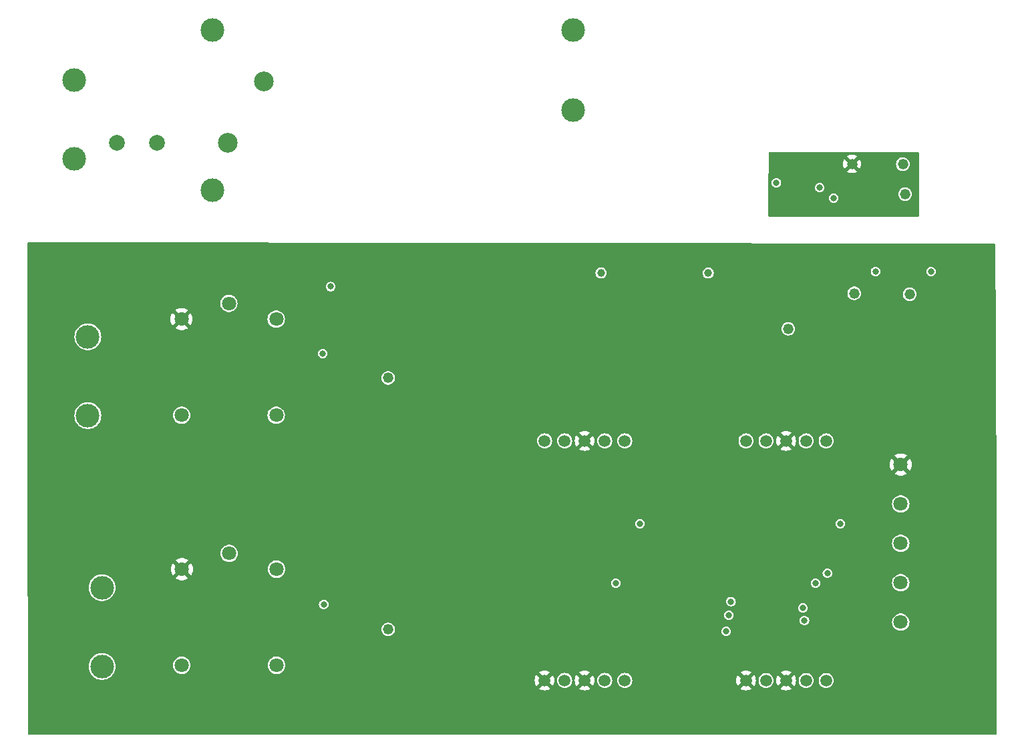
<source format=gbr>
%TF.GenerationSoftware,KiCad,Pcbnew,8.0.1-8.0.1-1~ubuntu22.04.1*%
%TF.CreationDate,2024-04-18T14:36:56-07:00*%
%TF.ProjectId,all_components,616c6c5f-636f-46d7-906f-6e656e74732e,rev?*%
%TF.SameCoordinates,Original*%
%TF.FileFunction,Copper,L2,Inr*%
%TF.FilePolarity,Positive*%
%FSLAX46Y46*%
G04 Gerber Fmt 4.6, Leading zero omitted, Abs format (unit mm)*
G04 Created by KiCad (PCBNEW 8.0.1-8.0.1-1~ubuntu22.04.1) date 2024-04-18 14:36:56*
%MOMM*%
%LPD*%
G01*
G04 APERTURE LIST*
%TA.AperFunction,ComponentPad*%
%ADD10C,1.320800*%
%TD*%
%TA.AperFunction,ComponentPad*%
%ADD11C,3.000000*%
%TD*%
%TA.AperFunction,ComponentPad*%
%ADD12C,1.803400*%
%TD*%
%TA.AperFunction,ComponentPad*%
%ADD13C,2.500000*%
%TD*%
%TA.AperFunction,ComponentPad*%
%ADD14C,2.000000*%
%TD*%
%TA.AperFunction,ComponentPad*%
%ADD15C,1.498600*%
%TD*%
%TA.AperFunction,ViaPad*%
%ADD16C,0.800000*%
%TD*%
%TA.AperFunction,ViaPad*%
%ADD17C,1.000000*%
%TD*%
G04 APERTURE END LIST*
D10*
%TO.N,/SDA*%
%TO.C,SDA1*%
X121030000Y-56180000D03*
%TD*%
%TO.N,/SCL*%
%TO.C,SCL1*%
X114000000Y-56080000D03*
%TD*%
%TO.N,/S1*%
%TO.C,S1*%
X105640000Y-60570000D03*
%TD*%
%TO.N,/S3*%
%TO.C,S3*%
X54935898Y-98719505D03*
%TD*%
%TO.N,/S2*%
%TO.C,S2*%
X54935898Y-66819505D03*
%TD*%
%TO.N,/AVCC*%
%TO.C,AVCC1*%
X120160000Y-39690000D03*
%TD*%
%TO.N,/AGND*%
%TO.C,AGND1*%
X113730000Y-39660000D03*
%TD*%
D11*
%TO.N,/N{slash}O_OUTLET*%
%TO.C,J7*%
X18670000Y-103420000D03*
%TO.N,/COM_OUTLET*%
X18670000Y-93420000D03*
%TD*%
%TO.N,/N{slash}O_INLET*%
%TO.C,J6*%
X16860000Y-71590000D03*
%TO.N,/COM_INLET*%
X16860000Y-61590000D03*
%TD*%
%TO.N,/LIVE*%
%TO.C,J1*%
X15150000Y-39000000D03*
%TO.N,/Neutral*%
X15150000Y-29000000D03*
%TD*%
%TO.N,/Neutral*%
%TO.C,u1*%
X32640000Y-22640000D03*
%TO.N,Net-(u1-AC_L)*%
X32640000Y-42960000D03*
%TO.N,/GND*%
X78360000Y-32800000D03*
%TO.N,/VCC*%
X78360000Y-22640000D03*
%TD*%
D12*
%TO.N,/N{slash}O_INLET*%
%TO.C,J3*%
X28738399Y-71547205D03*
%TO.N,unconnected-(J3-Pad2)*%
X40738395Y-71547205D03*
%TO.N,/GND*%
X28738399Y-59347204D03*
%TO.N,Net-(D1-Pad2)*%
X40738395Y-59347204D03*
%TO.N,/COM_INLET*%
X34738395Y-57347204D03*
%TD*%
%TO.N,/SRCLK*%
%TO.C,J5*%
X119900000Y-97800000D03*
%TO.N,/RCLK*%
X119900000Y-92800000D03*
%TO.N,/SER*%
X119900000Y-87800000D03*
%TO.N,/VCC*%
X119900000Y-82800000D03*
%TO.N,/GND*%
X119900000Y-77800000D03*
%TD*%
D13*
%TO.N,/Neutral*%
%TO.C,MOV1*%
X39200001Y-29150000D03*
%TO.N,Net-(u1-AC_L)*%
X34599999Y-36964000D03*
%TD*%
D10*
%TO.N,/A0*%
%TO.C,J2*%
X120440000Y-43480000D03*
%TD*%
D14*
%TO.N,Net-(u1-AC_L)*%
%TO.C,F1*%
X25605000Y-37000000D03*
%TO.N,/LIVE*%
X20525000Y-37000000D03*
%TD*%
D12*
%TO.N,/N{slash}O_OUTLET*%
%TO.C,J4*%
X28778399Y-103275005D03*
%TO.N,unconnected-(J4-Pad2)*%
X40778395Y-103275005D03*
%TO.N,/GND*%
X28778399Y-91075004D03*
%TO.N,Net-(D2-Pad2)*%
X40778395Y-91075004D03*
%TO.N,/COM_OUTLET*%
X34778395Y-89075004D03*
%TD*%
D15*
%TO.N,Net-(ONES1-Pad1)*%
%TO.C,ONES*%
X84916000Y-105196000D03*
%TO.N,Net-(ONES1-Pad2)*%
X82376000Y-105196000D03*
%TO.N,/GND*%
X79836000Y-105196000D03*
%TO.N,Net-(ONES1-Pad4)*%
X77296000Y-105196000D03*
%TO.N,/GND*%
X74756000Y-105196000D03*
%TO.N,Net-(ONES1-Pad6)*%
X74756000Y-74796010D03*
%TO.N,Net-(ONES1-Pad7)*%
X77296000Y-74796010D03*
%TO.N,/GND*%
X79836000Y-74796010D03*
%TO.N,Net-(ONES1-Pad9)*%
X82376000Y-74796010D03*
%TO.N,Net-(ONES1-Pad10)*%
X84916000Y-74796010D03*
%TD*%
%TO.N,Net-(R11-Pad2)*%
%TO.C,TENS*%
X110444602Y-105200995D03*
%TO.N,Net-(R15-Pad2)*%
X107904602Y-105200995D03*
%TO.N,/GND*%
X105364602Y-105200995D03*
%TO.N,Net-(R19-Pad2)*%
X102824602Y-105200995D03*
%TO.N,/GND*%
X100284602Y-105200995D03*
%TO.N,Net-(R24-Pad1)*%
X100284602Y-74801005D03*
%TO.N,Net-(R20-Pad1)*%
X102824602Y-74801005D03*
%TO.N,/GND*%
X105364602Y-74801005D03*
%TO.N,Net-(R16-Pad1)*%
X107904602Y-74801005D03*
%TO.N,Net-(R12-Pad1)*%
X110444602Y-74801005D03*
%TD*%
D16*
%TO.N,/AVCC*%
X104140000Y-42050000D03*
%TO.N,/AGND*%
X110034700Y-38960000D03*
%TO.N,/GND*%
X108410000Y-57410000D03*
X105460000Y-52360000D03*
%TO.N,/VCC*%
X123740000Y-53300000D03*
X116700000Y-53300000D03*
%TO.N,/AGND*%
X116140000Y-43980000D03*
%TO.N,/AVCC*%
X111390000Y-43980000D03*
%TO.N,/AGND*%
X112130000Y-42680000D03*
X106910000Y-43080000D03*
%TO.N,/AVCC*%
X109640000Y-42660000D03*
%TO.N,/VCC*%
X83770400Y-92852800D03*
X109099052Y-92857800D03*
X46635898Y-63719505D03*
X86842252Y-85301000D03*
X46760898Y-95544505D03*
D17*
X81914100Y-53500000D03*
D16*
X112242252Y-85301000D03*
D17*
X95500000Y-53500000D03*
D16*
X47635898Y-55219505D03*
%TO.N,/GND*%
X56935898Y-73319505D03*
X45035898Y-73319505D03*
X109099052Y-89057800D03*
D17*
X73539400Y-53500000D03*
D16*
X51235898Y-63619505D03*
X51235898Y-95419505D03*
X57435898Y-105219505D03*
X102030000Y-95190000D03*
X76800000Y-95200000D03*
D17*
X86500000Y-53600000D03*
D16*
X83770400Y-89052800D03*
X84742252Y-82801000D03*
X110042252Y-82801000D03*
X45035898Y-105119505D03*
%TO.N,/SRCLK*%
X110600000Y-91600000D03*
X97770000Y-98960000D03*
%TO.N,/RCLK*%
X107700000Y-97600000D03*
X98125000Y-96925000D03*
%TO.N,/QH*%
X98385000Y-95185000D03*
X107500000Y-96000000D03*
%TD*%
%TA.AperFunction,Conductor*%
%TO.N,/GND*%
G36*
X131776599Y-49799799D02*
G01*
X131843606Y-49819593D01*
X131889275Y-49872471D01*
X131900396Y-49923401D01*
X131936236Y-61087369D01*
X132018809Y-86809125D01*
X132019275Y-86954076D01*
X132019276Y-86954474D01*
X132019276Y-111976000D01*
X131999591Y-112043039D01*
X131946787Y-112088794D01*
X131895276Y-112100000D01*
X9423603Y-112100000D01*
X9356564Y-112080315D01*
X9310809Y-112027511D01*
X9299604Y-111976397D01*
X9281398Y-106287053D01*
X9277907Y-105196001D01*
X73501928Y-105196001D01*
X73520979Y-105413761D01*
X73520981Y-105413771D01*
X73577555Y-105624910D01*
X73577559Y-105624919D01*
X73669941Y-105823034D01*
X73669942Y-105823036D01*
X73713377Y-105885067D01*
X73713378Y-105885068D01*
X74276874Y-105321571D01*
X74294454Y-105387179D01*
X74359661Y-105500121D01*
X74451879Y-105592339D01*
X74564821Y-105657546D01*
X74630427Y-105675125D01*
X74066930Y-106238621D01*
X74128964Y-106282057D01*
X74327080Y-106374440D01*
X74327089Y-106374444D01*
X74538228Y-106431018D01*
X74538238Y-106431020D01*
X74755998Y-106450072D01*
X74756002Y-106450072D01*
X74973761Y-106431020D01*
X74973771Y-106431018D01*
X75184910Y-106374444D01*
X75184919Y-106374440D01*
X75383035Y-106282058D01*
X75383039Y-106282056D01*
X75445068Y-106238622D01*
X75445068Y-106238621D01*
X74881572Y-105675125D01*
X74947179Y-105657546D01*
X75060121Y-105592339D01*
X75152339Y-105500121D01*
X75217546Y-105387179D01*
X75235125Y-105321572D01*
X75798621Y-105885068D01*
X75798622Y-105885068D01*
X75842056Y-105823039D01*
X75842058Y-105823035D01*
X75934440Y-105624919D01*
X75934444Y-105624910D01*
X75991018Y-105413771D01*
X75991020Y-105413761D01*
X76010072Y-105196001D01*
X76010072Y-105196000D01*
X76341604Y-105196000D01*
X76359941Y-105382190D01*
X76359942Y-105382193D01*
X76412225Y-105554548D01*
X76414255Y-105561237D01*
X76502444Y-105726228D01*
X76502450Y-105726235D01*
X76621139Y-105870860D01*
X76765764Y-105989549D01*
X76765771Y-105989555D01*
X76930762Y-106077744D01*
X76930768Y-106077747D01*
X77109807Y-106132058D01*
X77296000Y-106150396D01*
X77482193Y-106132058D01*
X77661232Y-106077747D01*
X77709456Y-106051970D01*
X77826228Y-105989555D01*
X77826230Y-105989552D01*
X77826234Y-105989551D01*
X77970860Y-105870860D01*
X78089551Y-105726234D01*
X78089552Y-105726230D01*
X78089555Y-105726228D01*
X78177744Y-105561237D01*
X78177747Y-105561232D01*
X78232058Y-105382193D01*
X78250396Y-105196001D01*
X78581928Y-105196001D01*
X78600979Y-105413761D01*
X78600981Y-105413771D01*
X78657555Y-105624910D01*
X78657559Y-105624919D01*
X78749941Y-105823034D01*
X78749942Y-105823036D01*
X78793377Y-105885067D01*
X78793378Y-105885068D01*
X79356874Y-105321571D01*
X79374454Y-105387179D01*
X79439661Y-105500121D01*
X79531879Y-105592339D01*
X79644821Y-105657546D01*
X79710427Y-105675125D01*
X79146930Y-106238621D01*
X79208964Y-106282057D01*
X79407080Y-106374440D01*
X79407089Y-106374444D01*
X79618228Y-106431018D01*
X79618238Y-106431020D01*
X79835998Y-106450072D01*
X79836002Y-106450072D01*
X80053761Y-106431020D01*
X80053771Y-106431018D01*
X80264910Y-106374444D01*
X80264919Y-106374440D01*
X80463035Y-106282058D01*
X80463039Y-106282056D01*
X80525068Y-106238622D01*
X80525068Y-106238621D01*
X79961572Y-105675125D01*
X80027179Y-105657546D01*
X80140121Y-105592339D01*
X80232339Y-105500121D01*
X80297546Y-105387179D01*
X80315125Y-105321572D01*
X80878621Y-105885068D01*
X80878622Y-105885068D01*
X80922056Y-105823039D01*
X80922058Y-105823035D01*
X81014440Y-105624919D01*
X81014444Y-105624910D01*
X81071018Y-105413771D01*
X81071020Y-105413761D01*
X81090072Y-105196001D01*
X81090072Y-105196000D01*
X81421604Y-105196000D01*
X81439941Y-105382190D01*
X81439942Y-105382193D01*
X81492225Y-105554548D01*
X81494255Y-105561237D01*
X81582444Y-105726228D01*
X81582450Y-105726235D01*
X81701139Y-105870860D01*
X81845764Y-105989549D01*
X81845771Y-105989555D01*
X82010762Y-106077744D01*
X82010768Y-106077747D01*
X82189807Y-106132058D01*
X82376000Y-106150396D01*
X82562193Y-106132058D01*
X82741232Y-106077747D01*
X82789456Y-106051970D01*
X82906228Y-105989555D01*
X82906230Y-105989552D01*
X82906234Y-105989551D01*
X83050860Y-105870860D01*
X83169551Y-105726234D01*
X83169552Y-105726230D01*
X83169555Y-105726228D01*
X83257744Y-105561237D01*
X83257747Y-105561232D01*
X83312058Y-105382193D01*
X83330396Y-105196000D01*
X83961604Y-105196000D01*
X83979941Y-105382190D01*
X83979942Y-105382193D01*
X84032225Y-105554548D01*
X84034255Y-105561237D01*
X84122444Y-105726228D01*
X84122450Y-105726235D01*
X84241139Y-105870860D01*
X84385764Y-105989549D01*
X84385771Y-105989555D01*
X84550762Y-106077744D01*
X84550768Y-106077747D01*
X84729807Y-106132058D01*
X84916000Y-106150396D01*
X85102193Y-106132058D01*
X85281232Y-106077747D01*
X85329456Y-106051970D01*
X85446228Y-105989555D01*
X85446230Y-105989552D01*
X85446234Y-105989551D01*
X85590860Y-105870860D01*
X85709551Y-105726234D01*
X85709552Y-105726230D01*
X85709555Y-105726228D01*
X85797744Y-105561237D01*
X85797747Y-105561232D01*
X85852058Y-105382193D01*
X85869904Y-105200996D01*
X99030530Y-105200996D01*
X99049581Y-105418756D01*
X99049583Y-105418766D01*
X99106157Y-105629905D01*
X99106161Y-105629914D01*
X99198543Y-105828029D01*
X99198544Y-105828031D01*
X99241979Y-105890062D01*
X99241980Y-105890063D01*
X99805476Y-105326566D01*
X99823056Y-105392174D01*
X99888263Y-105505116D01*
X99980481Y-105597334D01*
X100093423Y-105662541D01*
X100159029Y-105680120D01*
X99595532Y-106243616D01*
X99657566Y-106287052D01*
X99855682Y-106379435D01*
X99855691Y-106379439D01*
X100066830Y-106436013D01*
X100066840Y-106436015D01*
X100284600Y-106455067D01*
X100284604Y-106455067D01*
X100502363Y-106436015D01*
X100502373Y-106436013D01*
X100713512Y-106379439D01*
X100713521Y-106379435D01*
X100911637Y-106287053D01*
X100911641Y-106287051D01*
X100973670Y-106243617D01*
X100973670Y-106243616D01*
X100410174Y-105680120D01*
X100475781Y-105662541D01*
X100588723Y-105597334D01*
X100680941Y-105505116D01*
X100746148Y-105392174D01*
X100763727Y-105326567D01*
X101327223Y-105890063D01*
X101327224Y-105890063D01*
X101370658Y-105828034D01*
X101370660Y-105828030D01*
X101463042Y-105629914D01*
X101463046Y-105629905D01*
X101519620Y-105418766D01*
X101519622Y-105418756D01*
X101538674Y-105200996D01*
X101538674Y-105200995D01*
X101870206Y-105200995D01*
X101888543Y-105387185D01*
X101888544Y-105387188D01*
X101941341Y-105561237D01*
X101942857Y-105566232D01*
X102031046Y-105731223D01*
X102031052Y-105731230D01*
X102149741Y-105875855D01*
X102250383Y-105958449D01*
X102288286Y-105989555D01*
X102294366Y-105994544D01*
X102294373Y-105994550D01*
X102450019Y-106077744D01*
X102459370Y-106082742D01*
X102638409Y-106137053D01*
X102824602Y-106155391D01*
X103010795Y-106137053D01*
X103189834Y-106082742D01*
X103238058Y-106056965D01*
X103354830Y-105994550D01*
X103354832Y-105994547D01*
X103354836Y-105994546D01*
X103499462Y-105875855D01*
X103618153Y-105731229D01*
X103618154Y-105731225D01*
X103618157Y-105731223D01*
X103706346Y-105566232D01*
X103706349Y-105566227D01*
X103760660Y-105387188D01*
X103778998Y-105200996D01*
X104110530Y-105200996D01*
X104129581Y-105418756D01*
X104129583Y-105418766D01*
X104186157Y-105629905D01*
X104186161Y-105629914D01*
X104278543Y-105828029D01*
X104278544Y-105828031D01*
X104321979Y-105890062D01*
X104321980Y-105890063D01*
X104885476Y-105326566D01*
X104903056Y-105392174D01*
X104968263Y-105505116D01*
X105060481Y-105597334D01*
X105173423Y-105662541D01*
X105239029Y-105680120D01*
X104675532Y-106243616D01*
X104737566Y-106287052D01*
X104935682Y-106379435D01*
X104935691Y-106379439D01*
X105146830Y-106436013D01*
X105146840Y-106436015D01*
X105364600Y-106455067D01*
X105364604Y-106455067D01*
X105582363Y-106436015D01*
X105582373Y-106436013D01*
X105793512Y-106379439D01*
X105793521Y-106379435D01*
X105991637Y-106287053D01*
X105991641Y-106287051D01*
X106053670Y-106243617D01*
X106053670Y-106243616D01*
X105490174Y-105680120D01*
X105555781Y-105662541D01*
X105668723Y-105597334D01*
X105760941Y-105505116D01*
X105826148Y-105392174D01*
X105843727Y-105326567D01*
X106407223Y-105890063D01*
X106407224Y-105890063D01*
X106450658Y-105828034D01*
X106450660Y-105828030D01*
X106543042Y-105629914D01*
X106543046Y-105629905D01*
X106599620Y-105418766D01*
X106599622Y-105418756D01*
X106618674Y-105200996D01*
X106618674Y-105200995D01*
X106950206Y-105200995D01*
X106968543Y-105387185D01*
X106968544Y-105387188D01*
X107021341Y-105561237D01*
X107022857Y-105566232D01*
X107111046Y-105731223D01*
X107111052Y-105731230D01*
X107229741Y-105875855D01*
X107330383Y-105958449D01*
X107368286Y-105989555D01*
X107374366Y-105994544D01*
X107374373Y-105994550D01*
X107530019Y-106077744D01*
X107539370Y-106082742D01*
X107718409Y-106137053D01*
X107904602Y-106155391D01*
X108090795Y-106137053D01*
X108269834Y-106082742D01*
X108318058Y-106056965D01*
X108434830Y-105994550D01*
X108434832Y-105994547D01*
X108434836Y-105994546D01*
X108579462Y-105875855D01*
X108698153Y-105731229D01*
X108698154Y-105731225D01*
X108698157Y-105731223D01*
X108786346Y-105566232D01*
X108786349Y-105566227D01*
X108840660Y-105387188D01*
X108858998Y-105200995D01*
X109490206Y-105200995D01*
X109508543Y-105387185D01*
X109508544Y-105387188D01*
X109561341Y-105561237D01*
X109562857Y-105566232D01*
X109651046Y-105731223D01*
X109651052Y-105731230D01*
X109769741Y-105875855D01*
X109870383Y-105958449D01*
X109908286Y-105989555D01*
X109914366Y-105994544D01*
X109914373Y-105994550D01*
X110070019Y-106077744D01*
X110079370Y-106082742D01*
X110258409Y-106137053D01*
X110444602Y-106155391D01*
X110630795Y-106137053D01*
X110809834Y-106082742D01*
X110858058Y-106056965D01*
X110974830Y-105994550D01*
X110974832Y-105994547D01*
X110974836Y-105994546D01*
X111119462Y-105875855D01*
X111238153Y-105731229D01*
X111238154Y-105731225D01*
X111238157Y-105731223D01*
X111326346Y-105566232D01*
X111326349Y-105566227D01*
X111380660Y-105387188D01*
X111398998Y-105200995D01*
X111380660Y-105014802D01*
X111326349Y-104835763D01*
X111289642Y-104767089D01*
X111238157Y-104670766D01*
X111238151Y-104670759D01*
X111234053Y-104665766D01*
X111154611Y-104568964D01*
X111119462Y-104526134D01*
X110974837Y-104407445D01*
X110974830Y-104407439D01*
X110809839Y-104319250D01*
X110809836Y-104319249D01*
X110809834Y-104319248D01*
X110658890Y-104273459D01*
X110630792Y-104264936D01*
X110444602Y-104246599D01*
X110258411Y-104264936D01*
X110135561Y-104302202D01*
X110079370Y-104319248D01*
X110079369Y-104319248D01*
X110079364Y-104319250D01*
X109914373Y-104407439D01*
X109914366Y-104407445D01*
X109769741Y-104526134D01*
X109651052Y-104670759D01*
X109651046Y-104670766D01*
X109562857Y-104835757D01*
X109508543Y-105014804D01*
X109490206Y-105200995D01*
X108858998Y-105200995D01*
X108840660Y-105014802D01*
X108786349Y-104835763D01*
X108749642Y-104767089D01*
X108698157Y-104670766D01*
X108698151Y-104670759D01*
X108694053Y-104665766D01*
X108614611Y-104568964D01*
X108579462Y-104526134D01*
X108434837Y-104407445D01*
X108434830Y-104407439D01*
X108269839Y-104319250D01*
X108269836Y-104319249D01*
X108269834Y-104319248D01*
X108118890Y-104273459D01*
X108090792Y-104264936D01*
X107904602Y-104246599D01*
X107718411Y-104264936D01*
X107595561Y-104302202D01*
X107539370Y-104319248D01*
X107539369Y-104319248D01*
X107539364Y-104319250D01*
X107374373Y-104407439D01*
X107374366Y-104407445D01*
X107229741Y-104526134D01*
X107111052Y-104670759D01*
X107111046Y-104670766D01*
X107022857Y-104835757D01*
X106968543Y-105014804D01*
X106950206Y-105200995D01*
X106618674Y-105200995D01*
X106618674Y-105200993D01*
X106599622Y-104983233D01*
X106599620Y-104983223D01*
X106543046Y-104772084D01*
X106543042Y-104772075D01*
X106450659Y-104573959D01*
X106407223Y-104511925D01*
X105843726Y-105075421D01*
X105826148Y-105009816D01*
X105760941Y-104896874D01*
X105668723Y-104804656D01*
X105555781Y-104739449D01*
X105490174Y-104721869D01*
X106053670Y-104158373D01*
X106053669Y-104158372D01*
X105991638Y-104114937D01*
X105991636Y-104114936D01*
X105793521Y-104022554D01*
X105793512Y-104022550D01*
X105582373Y-103965976D01*
X105582363Y-103965974D01*
X105364604Y-103946923D01*
X105364600Y-103946923D01*
X105146840Y-103965974D01*
X105146830Y-103965976D01*
X104935691Y-104022550D01*
X104935682Y-104022554D01*
X104737562Y-104114939D01*
X104675533Y-104158371D01*
X104675532Y-104158372D01*
X105239030Y-104721869D01*
X105173423Y-104739449D01*
X105060481Y-104804656D01*
X104968263Y-104896874D01*
X104903056Y-105009816D01*
X104885476Y-105075422D01*
X104321979Y-104511925D01*
X104321978Y-104511926D01*
X104278546Y-104573955D01*
X104186161Y-104772075D01*
X104186157Y-104772084D01*
X104129583Y-104983223D01*
X104129581Y-104983233D01*
X104110530Y-105200993D01*
X104110530Y-105200996D01*
X103778998Y-105200996D01*
X103778998Y-105200995D01*
X103760660Y-105014802D01*
X103706349Y-104835763D01*
X103669642Y-104767089D01*
X103618157Y-104670766D01*
X103618151Y-104670759D01*
X103614053Y-104665766D01*
X103534611Y-104568964D01*
X103499462Y-104526134D01*
X103354837Y-104407445D01*
X103354830Y-104407439D01*
X103189839Y-104319250D01*
X103189836Y-104319249D01*
X103189834Y-104319248D01*
X103038890Y-104273459D01*
X103010792Y-104264936D01*
X102824602Y-104246599D01*
X102638411Y-104264936D01*
X102515561Y-104302202D01*
X102459370Y-104319248D01*
X102459369Y-104319248D01*
X102459364Y-104319250D01*
X102294373Y-104407439D01*
X102294366Y-104407445D01*
X102149741Y-104526134D01*
X102031052Y-104670759D01*
X102031046Y-104670766D01*
X101942857Y-104835757D01*
X101888543Y-105014804D01*
X101870206Y-105200995D01*
X101538674Y-105200995D01*
X101538674Y-105200993D01*
X101519622Y-104983233D01*
X101519620Y-104983223D01*
X101463046Y-104772084D01*
X101463042Y-104772075D01*
X101370659Y-104573959D01*
X101327223Y-104511925D01*
X100763726Y-105075421D01*
X100746148Y-105009816D01*
X100680941Y-104896874D01*
X100588723Y-104804656D01*
X100475781Y-104739449D01*
X100410174Y-104721869D01*
X100973670Y-104158373D01*
X100973669Y-104158372D01*
X100911638Y-104114937D01*
X100911636Y-104114936D01*
X100713521Y-104022554D01*
X100713512Y-104022550D01*
X100502373Y-103965976D01*
X100502363Y-103965974D01*
X100284604Y-103946923D01*
X100284600Y-103946923D01*
X100066840Y-103965974D01*
X100066830Y-103965976D01*
X99855691Y-104022550D01*
X99855682Y-104022554D01*
X99657562Y-104114939D01*
X99595533Y-104158371D01*
X99595532Y-104158372D01*
X100159030Y-104721869D01*
X100093423Y-104739449D01*
X99980481Y-104804656D01*
X99888263Y-104896874D01*
X99823056Y-105009816D01*
X99805476Y-105075422D01*
X99241979Y-104511925D01*
X99241978Y-104511926D01*
X99198546Y-104573955D01*
X99106161Y-104772075D01*
X99106157Y-104772084D01*
X99049583Y-104983223D01*
X99049581Y-104983233D01*
X99030530Y-105200993D01*
X99030530Y-105200996D01*
X85869904Y-105200996D01*
X85870396Y-105196000D01*
X85852058Y-105009807D01*
X85797747Y-104830768D01*
X85763705Y-104767080D01*
X85709555Y-104665771D01*
X85709549Y-104665764D01*
X85590860Y-104521139D01*
X85446235Y-104402450D01*
X85446228Y-104402444D01*
X85281237Y-104314255D01*
X85281234Y-104314254D01*
X85281232Y-104314253D01*
X85102193Y-104259942D01*
X85102190Y-104259941D01*
X84916000Y-104241604D01*
X84729809Y-104259941D01*
X84606959Y-104297207D01*
X84550768Y-104314253D01*
X84550767Y-104314253D01*
X84550762Y-104314255D01*
X84385771Y-104402444D01*
X84385764Y-104402450D01*
X84241139Y-104521139D01*
X84122450Y-104665764D01*
X84122444Y-104665771D01*
X84034255Y-104830762D01*
X83979941Y-105009809D01*
X83961604Y-105196000D01*
X83330396Y-105196000D01*
X83312058Y-105009807D01*
X83257747Y-104830768D01*
X83223705Y-104767080D01*
X83169555Y-104665771D01*
X83169549Y-104665764D01*
X83050860Y-104521139D01*
X82906235Y-104402450D01*
X82906228Y-104402444D01*
X82741237Y-104314255D01*
X82741234Y-104314254D01*
X82741232Y-104314253D01*
X82562193Y-104259942D01*
X82562190Y-104259941D01*
X82376000Y-104241604D01*
X82189809Y-104259941D01*
X82066959Y-104297207D01*
X82010768Y-104314253D01*
X82010767Y-104314253D01*
X82010762Y-104314255D01*
X81845771Y-104402444D01*
X81845764Y-104402450D01*
X81701139Y-104521139D01*
X81582450Y-104665764D01*
X81582444Y-104665771D01*
X81494255Y-104830762D01*
X81439941Y-105009809D01*
X81421604Y-105196000D01*
X81090072Y-105196000D01*
X81090072Y-105195998D01*
X81071020Y-104978238D01*
X81071018Y-104978228D01*
X81014444Y-104767089D01*
X81014440Y-104767080D01*
X80922057Y-104568964D01*
X80878621Y-104506930D01*
X80315124Y-105070426D01*
X80297546Y-105004821D01*
X80232339Y-104891879D01*
X80140121Y-104799661D01*
X80027179Y-104734454D01*
X79961572Y-104716874D01*
X80525068Y-104153378D01*
X80525067Y-104153377D01*
X80463036Y-104109942D01*
X80463034Y-104109941D01*
X80264919Y-104017559D01*
X80264910Y-104017555D01*
X80053771Y-103960981D01*
X80053761Y-103960979D01*
X79836002Y-103941928D01*
X79835998Y-103941928D01*
X79618238Y-103960979D01*
X79618228Y-103960981D01*
X79407089Y-104017555D01*
X79407080Y-104017559D01*
X79208960Y-104109944D01*
X79146931Y-104153376D01*
X79146930Y-104153377D01*
X79710428Y-104716874D01*
X79644821Y-104734454D01*
X79531879Y-104799661D01*
X79439661Y-104891879D01*
X79374454Y-105004821D01*
X79356874Y-105070427D01*
X78793377Y-104506930D01*
X78793376Y-104506931D01*
X78749944Y-104568960D01*
X78657559Y-104767080D01*
X78657555Y-104767089D01*
X78600981Y-104978228D01*
X78600979Y-104978238D01*
X78581928Y-105195998D01*
X78581928Y-105196001D01*
X78250396Y-105196001D01*
X78250396Y-105196000D01*
X78232058Y-105009807D01*
X78177747Y-104830768D01*
X78143705Y-104767080D01*
X78089555Y-104665771D01*
X78089549Y-104665764D01*
X77970860Y-104521139D01*
X77826235Y-104402450D01*
X77826228Y-104402444D01*
X77661237Y-104314255D01*
X77661234Y-104314254D01*
X77661232Y-104314253D01*
X77482193Y-104259942D01*
X77482190Y-104259941D01*
X77296000Y-104241604D01*
X77109809Y-104259941D01*
X76986959Y-104297207D01*
X76930768Y-104314253D01*
X76930767Y-104314253D01*
X76930762Y-104314255D01*
X76765771Y-104402444D01*
X76765764Y-104402450D01*
X76621139Y-104521139D01*
X76502450Y-104665764D01*
X76502444Y-104665771D01*
X76414255Y-104830762D01*
X76359941Y-105009809D01*
X76341604Y-105196000D01*
X76010072Y-105196000D01*
X76010072Y-105195998D01*
X75991020Y-104978238D01*
X75991018Y-104978228D01*
X75934444Y-104767089D01*
X75934440Y-104767080D01*
X75842057Y-104568964D01*
X75798621Y-104506930D01*
X75235124Y-105070426D01*
X75217546Y-105004821D01*
X75152339Y-104891879D01*
X75060121Y-104799661D01*
X74947179Y-104734454D01*
X74881572Y-104716874D01*
X75445068Y-104153378D01*
X75445067Y-104153377D01*
X75383036Y-104109942D01*
X75383034Y-104109941D01*
X75184919Y-104017559D01*
X75184910Y-104017555D01*
X74973771Y-103960981D01*
X74973761Y-103960979D01*
X74756002Y-103941928D01*
X74755998Y-103941928D01*
X74538238Y-103960979D01*
X74538228Y-103960981D01*
X74327089Y-104017555D01*
X74327080Y-104017559D01*
X74128960Y-104109944D01*
X74066931Y-104153376D01*
X74066930Y-104153377D01*
X74630428Y-104716874D01*
X74564821Y-104734454D01*
X74451879Y-104799661D01*
X74359661Y-104891879D01*
X74294454Y-105004821D01*
X74276874Y-105070427D01*
X73713377Y-104506930D01*
X73713376Y-104506931D01*
X73669944Y-104568960D01*
X73577559Y-104767080D01*
X73577555Y-104767089D01*
X73520981Y-104978228D01*
X73520979Y-104978238D01*
X73501928Y-105195998D01*
X73501928Y-105196001D01*
X9277907Y-105196001D01*
X9272224Y-103420004D01*
X16964732Y-103420004D01*
X16983777Y-103674154D01*
X16983778Y-103674157D01*
X17040492Y-103922637D01*
X17133607Y-104159888D01*
X17261041Y-104380612D01*
X17419950Y-104579877D01*
X17606783Y-104753232D01*
X17817366Y-104896805D01*
X17817371Y-104896807D01*
X17817372Y-104896808D01*
X17817373Y-104896809D01*
X17939328Y-104955538D01*
X18046992Y-105007387D01*
X18046993Y-105007387D01*
X18046996Y-105007389D01*
X18290542Y-105082513D01*
X18542565Y-105120500D01*
X18797435Y-105120500D01*
X19049458Y-105082513D01*
X19293004Y-105007389D01*
X19522634Y-104896805D01*
X19733217Y-104753232D01*
X19920050Y-104579877D01*
X20078959Y-104380612D01*
X20206393Y-104159888D01*
X20299508Y-103922637D01*
X20356222Y-103674157D01*
X20375268Y-103420000D01*
X20364402Y-103275005D01*
X27671477Y-103275005D01*
X27690323Y-103478400D01*
X27746224Y-103674868D01*
X27746229Y-103674881D01*
X27837275Y-103857724D01*
X27957976Y-104017559D01*
X27960376Y-104020736D01*
X27960380Y-104020740D01*
X28111328Y-104158347D01*
X28111330Y-104158349D01*
X28284997Y-104265879D01*
X28285003Y-104265882D01*
X28325354Y-104281513D01*
X28475475Y-104339671D01*
X28676265Y-104377205D01*
X28676267Y-104377205D01*
X28880531Y-104377205D01*
X28880533Y-104377205D01*
X29081323Y-104339671D01*
X29271797Y-104265881D01*
X29445469Y-104158348D01*
X29596424Y-104020734D01*
X29719523Y-103857724D01*
X29810573Y-103674871D01*
X29866474Y-103478401D01*
X29885321Y-103275005D01*
X39671473Y-103275005D01*
X39690319Y-103478400D01*
X39746220Y-103674868D01*
X39746225Y-103674881D01*
X39837271Y-103857724D01*
X39957972Y-104017559D01*
X39960372Y-104020736D01*
X39960376Y-104020740D01*
X40111324Y-104158347D01*
X40111326Y-104158349D01*
X40284993Y-104265879D01*
X40284999Y-104265882D01*
X40325350Y-104281513D01*
X40475471Y-104339671D01*
X40676261Y-104377205D01*
X40676263Y-104377205D01*
X40880527Y-104377205D01*
X40880529Y-104377205D01*
X41081319Y-104339671D01*
X41271793Y-104265881D01*
X41445465Y-104158348D01*
X41596420Y-104020734D01*
X41719519Y-103857724D01*
X41810569Y-103674871D01*
X41866470Y-103478401D01*
X41885317Y-103275005D01*
X41866470Y-103071609D01*
X41810569Y-102875139D01*
X41719519Y-102692286D01*
X41596420Y-102529276D01*
X41596417Y-102529273D01*
X41596413Y-102529269D01*
X41445465Y-102391662D01*
X41445463Y-102391660D01*
X41271796Y-102284130D01*
X41271790Y-102284127D01*
X41121672Y-102225971D01*
X41081319Y-102210339D01*
X40880529Y-102172805D01*
X40676261Y-102172805D01*
X40475471Y-102210339D01*
X40475468Y-102210339D01*
X40475468Y-102210340D01*
X40284999Y-102284127D01*
X40284993Y-102284130D01*
X40111326Y-102391660D01*
X40111324Y-102391662D01*
X39960376Y-102529269D01*
X39960372Y-102529273D01*
X39837271Y-102692285D01*
X39746225Y-102875128D01*
X39746220Y-102875141D01*
X39690319Y-103071609D01*
X39671473Y-103275004D01*
X39671473Y-103275005D01*
X29885321Y-103275005D01*
X29866474Y-103071609D01*
X29810573Y-102875139D01*
X29719523Y-102692286D01*
X29596424Y-102529276D01*
X29596421Y-102529273D01*
X29596417Y-102529269D01*
X29445469Y-102391662D01*
X29445467Y-102391660D01*
X29271800Y-102284130D01*
X29271794Y-102284127D01*
X29121676Y-102225971D01*
X29081323Y-102210339D01*
X28880533Y-102172805D01*
X28676265Y-102172805D01*
X28475475Y-102210339D01*
X28475472Y-102210339D01*
X28475472Y-102210340D01*
X28285003Y-102284127D01*
X28284997Y-102284130D01*
X28111330Y-102391660D01*
X28111328Y-102391662D01*
X27960380Y-102529269D01*
X27960376Y-102529273D01*
X27837275Y-102692285D01*
X27746229Y-102875128D01*
X27746224Y-102875141D01*
X27690323Y-103071609D01*
X27671477Y-103275004D01*
X27671477Y-103275005D01*
X20364402Y-103275005D01*
X20356222Y-103165843D01*
X20299508Y-102917363D01*
X20206393Y-102680112D01*
X20078959Y-102459388D01*
X19920050Y-102260123D01*
X19733217Y-102086768D01*
X19522634Y-101943195D01*
X19522630Y-101943193D01*
X19522627Y-101943191D01*
X19522626Y-101943190D01*
X19293006Y-101832612D01*
X19293008Y-101832612D01*
X19049466Y-101757489D01*
X19049462Y-101757488D01*
X19049458Y-101757487D01*
X18928231Y-101739214D01*
X18797440Y-101719500D01*
X18797435Y-101719500D01*
X18542565Y-101719500D01*
X18542559Y-101719500D01*
X18385609Y-101743157D01*
X18290542Y-101757487D01*
X18290539Y-101757488D01*
X18290533Y-101757489D01*
X18046992Y-101832612D01*
X17817373Y-101943190D01*
X17817372Y-101943191D01*
X17606782Y-102086768D01*
X17419952Y-102260121D01*
X17419950Y-102260123D01*
X17261041Y-102459388D01*
X17133608Y-102680109D01*
X17040492Y-102917362D01*
X17040490Y-102917369D01*
X16983777Y-103165845D01*
X16964732Y-103419995D01*
X16964732Y-103420004D01*
X9272224Y-103420004D01*
X9257182Y-98719505D01*
X54070256Y-98719505D01*
X54089172Y-98899482D01*
X54089173Y-98899485D01*
X54145092Y-99071586D01*
X54145094Y-99071590D01*
X54145095Y-99071593D01*
X54235579Y-99228317D01*
X54356664Y-99362797D01*
X54356667Y-99362799D01*
X54356670Y-99362802D01*
X54466475Y-99442580D01*
X54503078Y-99469174D01*
X54537583Y-99484536D01*
X54668400Y-99542779D01*
X54845414Y-99580405D01*
X55026382Y-99580405D01*
X55203396Y-99542779D01*
X55368719Y-99469173D01*
X55515126Y-99362802D01*
X55636217Y-99228317D01*
X55726701Y-99071593D01*
X55762960Y-98960001D01*
X97164318Y-98960001D01*
X97184955Y-99116760D01*
X97184956Y-99116762D01*
X97245464Y-99262841D01*
X97341718Y-99388282D01*
X97467159Y-99484536D01*
X97613238Y-99545044D01*
X97691619Y-99555363D01*
X97769999Y-99565682D01*
X97770000Y-99565682D01*
X97770001Y-99565682D01*
X97822254Y-99558802D01*
X97926762Y-99545044D01*
X98072841Y-99484536D01*
X98198282Y-99388282D01*
X98294536Y-99262841D01*
X98355044Y-99116762D01*
X98375682Y-98960000D01*
X98355044Y-98803238D01*
X98294536Y-98657159D01*
X98198282Y-98531718D01*
X98072841Y-98435464D01*
X97926762Y-98374956D01*
X97926760Y-98374955D01*
X97770001Y-98354318D01*
X97769999Y-98354318D01*
X97613239Y-98374955D01*
X97613237Y-98374956D01*
X97467160Y-98435463D01*
X97341718Y-98531718D01*
X97245463Y-98657160D01*
X97184956Y-98803237D01*
X97184955Y-98803239D01*
X97164318Y-98959998D01*
X97164318Y-98960001D01*
X55762960Y-98960001D01*
X55782624Y-98899482D01*
X55801540Y-98719505D01*
X55782624Y-98539528D01*
X55726701Y-98367417D01*
X55636217Y-98210693D01*
X55613122Y-98185043D01*
X55515131Y-98076212D01*
X55515128Y-98076210D01*
X55515127Y-98076209D01*
X55515126Y-98076208D01*
X55414908Y-98003395D01*
X55368717Y-97969835D01*
X55218242Y-97902841D01*
X55203396Y-97896231D01*
X55203394Y-97896230D01*
X55203393Y-97896230D01*
X55026382Y-97858605D01*
X54845414Y-97858605D01*
X54668402Y-97896230D01*
X54503078Y-97969835D01*
X54356667Y-98076210D01*
X54356664Y-98076212D01*
X54235579Y-98210692D01*
X54145094Y-98367419D01*
X54145092Y-98367423D01*
X54089173Y-98539524D01*
X54089172Y-98539528D01*
X54070256Y-98719505D01*
X9257182Y-98719505D01*
X9253600Y-97600001D01*
X107094318Y-97600001D01*
X107114955Y-97756760D01*
X107114956Y-97756762D01*
X107172725Y-97896230D01*
X107175464Y-97902841D01*
X107271718Y-98028282D01*
X107397159Y-98124536D01*
X107543238Y-98185044D01*
X107621619Y-98195363D01*
X107699999Y-98205682D01*
X107700000Y-98205682D01*
X107700001Y-98205682D01*
X107752254Y-98198802D01*
X107856762Y-98185044D01*
X108002841Y-98124536D01*
X108128282Y-98028282D01*
X108224536Y-97902841D01*
X108267134Y-97800000D01*
X118793078Y-97800000D01*
X118811924Y-98003395D01*
X118867825Y-98199863D01*
X118867830Y-98199876D01*
X118951259Y-98367423D01*
X118958876Y-98382719D01*
X119077292Y-98539528D01*
X119081977Y-98545731D01*
X119081981Y-98545735D01*
X119232929Y-98683342D01*
X119232931Y-98683344D01*
X119406598Y-98790874D01*
X119406604Y-98790877D01*
X119446955Y-98806508D01*
X119597076Y-98864666D01*
X119797866Y-98902200D01*
X119797868Y-98902200D01*
X120002132Y-98902200D01*
X120002134Y-98902200D01*
X120202924Y-98864666D01*
X120393398Y-98790876D01*
X120567070Y-98683343D01*
X120718025Y-98545729D01*
X120841124Y-98382719D01*
X120932174Y-98199866D01*
X120988075Y-98003396D01*
X121006922Y-97800000D01*
X121002915Y-97756762D01*
X120988075Y-97596604D01*
X120946230Y-97449536D01*
X120932174Y-97400134D01*
X120908844Y-97353282D01*
X120880899Y-97297160D01*
X120841124Y-97217281D01*
X120718025Y-97054271D01*
X120718022Y-97054268D01*
X120718018Y-97054264D01*
X120567070Y-96916657D01*
X120567068Y-96916655D01*
X120393401Y-96809125D01*
X120393395Y-96809122D01*
X120243277Y-96750966D01*
X120202924Y-96735334D01*
X120002134Y-96697800D01*
X119797866Y-96697800D01*
X119597076Y-96735334D01*
X119597073Y-96735334D01*
X119597073Y-96735335D01*
X119406604Y-96809122D01*
X119406598Y-96809125D01*
X119232931Y-96916655D01*
X119232929Y-96916657D01*
X119081981Y-97054264D01*
X119081977Y-97054268D01*
X118958876Y-97217280D01*
X118867830Y-97400123D01*
X118867825Y-97400136D01*
X118811924Y-97596604D01*
X118793078Y-97799999D01*
X118793078Y-97800000D01*
X108267134Y-97800000D01*
X108285044Y-97756762D01*
X108305682Y-97600000D01*
X108285044Y-97443238D01*
X108224536Y-97297159D01*
X108128282Y-97171718D01*
X108002841Y-97075464D01*
X107951669Y-97054268D01*
X107856762Y-97014956D01*
X107856760Y-97014955D01*
X107700001Y-96994318D01*
X107699999Y-96994318D01*
X107543239Y-97014955D01*
X107543237Y-97014956D01*
X107397160Y-97075463D01*
X107271718Y-97171718D01*
X107175463Y-97297160D01*
X107114956Y-97443237D01*
X107114955Y-97443239D01*
X107094318Y-97599998D01*
X107094318Y-97600001D01*
X9253600Y-97600001D01*
X9251440Y-96925001D01*
X97519318Y-96925001D01*
X97539955Y-97081760D01*
X97539956Y-97081762D01*
X97600464Y-97227841D01*
X97696718Y-97353282D01*
X97822159Y-97449536D01*
X97968238Y-97510044D01*
X98046619Y-97520363D01*
X98124999Y-97530682D01*
X98125000Y-97530682D01*
X98125001Y-97530682D01*
X98177254Y-97523802D01*
X98281762Y-97510044D01*
X98427841Y-97449536D01*
X98553282Y-97353282D01*
X98649536Y-97227841D01*
X98710044Y-97081762D01*
X98730682Y-96925000D01*
X98729583Y-96916655D01*
X98710044Y-96768239D01*
X98710044Y-96768238D01*
X98649536Y-96622159D01*
X98553282Y-96496718D01*
X98427841Y-96400464D01*
X98281762Y-96339956D01*
X98281760Y-96339955D01*
X98125001Y-96319318D01*
X98124999Y-96319318D01*
X97968239Y-96339955D01*
X97968237Y-96339956D01*
X97822160Y-96400463D01*
X97696718Y-96496718D01*
X97600463Y-96622160D01*
X97539956Y-96768237D01*
X97539955Y-96768239D01*
X97519318Y-96924998D01*
X97519318Y-96925001D01*
X9251440Y-96925001D01*
X9247022Y-95544506D01*
X46155216Y-95544506D01*
X46175853Y-95701265D01*
X46175854Y-95701267D01*
X46236362Y-95847346D01*
X46332616Y-95972787D01*
X46458057Y-96069041D01*
X46604136Y-96129549D01*
X46682517Y-96139868D01*
X46760897Y-96150187D01*
X46760898Y-96150187D01*
X46760899Y-96150187D01*
X46813152Y-96143307D01*
X46917660Y-96129549D01*
X47063739Y-96069041D01*
X47153714Y-96000001D01*
X106894318Y-96000001D01*
X106914955Y-96156760D01*
X106914956Y-96156762D01*
X106975464Y-96302841D01*
X107071718Y-96428282D01*
X107197159Y-96524536D01*
X107343238Y-96585044D01*
X107421619Y-96595363D01*
X107499999Y-96605682D01*
X107500000Y-96605682D01*
X107500001Y-96605682D01*
X107552254Y-96598802D01*
X107656762Y-96585044D01*
X107802841Y-96524536D01*
X107928282Y-96428282D01*
X108024536Y-96302841D01*
X108085044Y-96156762D01*
X108105682Y-96000000D01*
X108102099Y-95972787D01*
X108085585Y-95847346D01*
X108085044Y-95843238D01*
X108024536Y-95697159D01*
X107928282Y-95571718D01*
X107802841Y-95475464D01*
X107656762Y-95414956D01*
X107656760Y-95414955D01*
X107500001Y-95394318D01*
X107499999Y-95394318D01*
X107343239Y-95414955D01*
X107343237Y-95414956D01*
X107197160Y-95475463D01*
X107071718Y-95571718D01*
X106975463Y-95697160D01*
X106914956Y-95843237D01*
X106914955Y-95843239D01*
X106894318Y-95999998D01*
X106894318Y-96000001D01*
X47153714Y-96000001D01*
X47189180Y-95972787D01*
X47285434Y-95847346D01*
X47345942Y-95701267D01*
X47366580Y-95544505D01*
X47357490Y-95475463D01*
X47349525Y-95414956D01*
X47345942Y-95387743D01*
X47285434Y-95241664D01*
X47241955Y-95185001D01*
X97779318Y-95185001D01*
X97799955Y-95341760D01*
X97799956Y-95341762D01*
X97830273Y-95414955D01*
X97860464Y-95487841D01*
X97956718Y-95613282D01*
X98082159Y-95709536D01*
X98228238Y-95770044D01*
X98306619Y-95780363D01*
X98384999Y-95790682D01*
X98385000Y-95790682D01*
X98385001Y-95790682D01*
X98437254Y-95783802D01*
X98541762Y-95770044D01*
X98687841Y-95709536D01*
X98813282Y-95613282D01*
X98909536Y-95487841D01*
X98970044Y-95341762D01*
X98990682Y-95185000D01*
X98982190Y-95120500D01*
X98970044Y-95028239D01*
X98970044Y-95028238D01*
X98909536Y-94882159D01*
X98813282Y-94756718D01*
X98687841Y-94660464D01*
X98541762Y-94599956D01*
X98541760Y-94599955D01*
X98385001Y-94579318D01*
X98384999Y-94579318D01*
X98228239Y-94599955D01*
X98228237Y-94599956D01*
X98082160Y-94660463D01*
X97956718Y-94756718D01*
X97860463Y-94882160D01*
X97799956Y-95028237D01*
X97799955Y-95028239D01*
X97779318Y-95184998D01*
X97779318Y-95185001D01*
X47241955Y-95185001D01*
X47189180Y-95116223D01*
X47063739Y-95019969D01*
X47033368Y-95007389D01*
X46917660Y-94959461D01*
X46917658Y-94959460D01*
X46760899Y-94938823D01*
X46760897Y-94938823D01*
X46604137Y-94959460D01*
X46604135Y-94959461D01*
X46458058Y-95019968D01*
X46332616Y-95116223D01*
X46236361Y-95241665D01*
X46175854Y-95387742D01*
X46175853Y-95387744D01*
X46155216Y-95544503D01*
X46155216Y-95544506D01*
X9247022Y-95544506D01*
X9240224Y-93420004D01*
X16964732Y-93420004D01*
X16983777Y-93674154D01*
X17010418Y-93790877D01*
X17040492Y-93922637D01*
X17133607Y-94159888D01*
X17261041Y-94380612D01*
X17419950Y-94579877D01*
X17606783Y-94753232D01*
X17817366Y-94896805D01*
X17817371Y-94896807D01*
X17817372Y-94896808D01*
X17817373Y-94896809D01*
X17904617Y-94938823D01*
X18046992Y-95007387D01*
X18046993Y-95007387D01*
X18046996Y-95007389D01*
X18290542Y-95082513D01*
X18542565Y-95120500D01*
X18797435Y-95120500D01*
X19049458Y-95082513D01*
X19293004Y-95007389D01*
X19522634Y-94896805D01*
X19733217Y-94753232D01*
X19920050Y-94579877D01*
X20078959Y-94380612D01*
X20206393Y-94159888D01*
X20299508Y-93922637D01*
X20356222Y-93674157D01*
X20375268Y-93420000D01*
X20372474Y-93382719D01*
X20356222Y-93165845D01*
X20355034Y-93160641D01*
X20299508Y-92917363D01*
X20274169Y-92852801D01*
X83164718Y-92852801D01*
X83185355Y-93009560D01*
X83185356Y-93009562D01*
X83245864Y-93155641D01*
X83342118Y-93281082D01*
X83467559Y-93377336D01*
X83613638Y-93437844D01*
X83651617Y-93442844D01*
X83770399Y-93458482D01*
X83770400Y-93458482D01*
X83770401Y-93458482D01*
X83822654Y-93451602D01*
X83927162Y-93437844D01*
X84073241Y-93377336D01*
X84198682Y-93281082D01*
X84294936Y-93155641D01*
X84355444Y-93009562D01*
X84375424Y-92857801D01*
X108493370Y-92857801D01*
X108514007Y-93014560D01*
X108514008Y-93014562D01*
X108574516Y-93160641D01*
X108670770Y-93286082D01*
X108796211Y-93382336D01*
X108942290Y-93442844D01*
X109020671Y-93453163D01*
X109099051Y-93463482D01*
X109099052Y-93463482D01*
X109099053Y-93463482D01*
X109151306Y-93456602D01*
X109255814Y-93442844D01*
X109401893Y-93382336D01*
X109527334Y-93286082D01*
X109623588Y-93160641D01*
X109684096Y-93014562D01*
X109704734Y-92857800D01*
X109704075Y-92852798D01*
X109697124Y-92800000D01*
X118793078Y-92800000D01*
X118811924Y-93003395D01*
X118867825Y-93199863D01*
X118867830Y-93199876D01*
X118910756Y-93286082D01*
X118958876Y-93382719D01*
X119016089Y-93458482D01*
X119081977Y-93545731D01*
X119081981Y-93545735D01*
X119211365Y-93663683D01*
X119222853Y-93674157D01*
X119232929Y-93683342D01*
X119232931Y-93683344D01*
X119406598Y-93790874D01*
X119406604Y-93790877D01*
X119446955Y-93806508D01*
X119597076Y-93864666D01*
X119797866Y-93902200D01*
X119797868Y-93902200D01*
X120002132Y-93902200D01*
X120002134Y-93902200D01*
X120202924Y-93864666D01*
X120393398Y-93790876D01*
X120567070Y-93683343D01*
X120718025Y-93545729D01*
X120841124Y-93382719D01*
X120932174Y-93199866D01*
X120988075Y-93003396D01*
X121006922Y-92800000D01*
X120988075Y-92596604D01*
X120932174Y-92400134D01*
X120913705Y-92363044D01*
X120868747Y-92272755D01*
X120841124Y-92217281D01*
X120718025Y-92054271D01*
X120718022Y-92054268D01*
X120718018Y-92054264D01*
X120567070Y-91916657D01*
X120567068Y-91916655D01*
X120393401Y-91809125D01*
X120393395Y-91809122D01*
X120226380Y-91744421D01*
X120202924Y-91735334D01*
X120002134Y-91697800D01*
X119797866Y-91697800D01*
X119597076Y-91735334D01*
X119597073Y-91735334D01*
X119597073Y-91735335D01*
X119406604Y-91809122D01*
X119406598Y-91809125D01*
X119232931Y-91916655D01*
X119232929Y-91916657D01*
X119081981Y-92054264D01*
X119081977Y-92054268D01*
X118958876Y-92217280D01*
X118867830Y-92400123D01*
X118867825Y-92400136D01*
X118811924Y-92596604D01*
X118793078Y-92799999D01*
X118793078Y-92800000D01*
X109697124Y-92800000D01*
X109684096Y-92701039D01*
X109684096Y-92701038D01*
X109623588Y-92554959D01*
X109527334Y-92429518D01*
X109401893Y-92333264D01*
X109255814Y-92272756D01*
X109255812Y-92272755D01*
X109099053Y-92252118D01*
X109099051Y-92252118D01*
X108942291Y-92272755D01*
X108942289Y-92272756D01*
X108796212Y-92333263D01*
X108670770Y-92429518D01*
X108574515Y-92554960D01*
X108514008Y-92701037D01*
X108514007Y-92701039D01*
X108493370Y-92857798D01*
X108493370Y-92857801D01*
X84375424Y-92857801D01*
X84376082Y-92852800D01*
X84355444Y-92696038D01*
X84294936Y-92549959D01*
X84198682Y-92424518D01*
X84073241Y-92328264D01*
X83927162Y-92267756D01*
X83927160Y-92267755D01*
X83770401Y-92247118D01*
X83770399Y-92247118D01*
X83613639Y-92267755D01*
X83613637Y-92267756D01*
X83467560Y-92328263D01*
X83342118Y-92424518D01*
X83245863Y-92549960D01*
X83185356Y-92696037D01*
X83185355Y-92696039D01*
X83164718Y-92852798D01*
X83164718Y-92852801D01*
X20274169Y-92852801D01*
X20206393Y-92680112D01*
X20078959Y-92459388D01*
X19920050Y-92260123D01*
X19733217Y-92086768D01*
X19522634Y-91943195D01*
X19522630Y-91943193D01*
X19522627Y-91943191D01*
X19522626Y-91943190D01*
X19293006Y-91832612D01*
X19293008Y-91832612D01*
X19049466Y-91757489D01*
X19049462Y-91757488D01*
X19049458Y-91757487D01*
X18928231Y-91739214D01*
X18797440Y-91719500D01*
X18797435Y-91719500D01*
X18542565Y-91719500D01*
X18542559Y-91719500D01*
X18385609Y-91743157D01*
X18290542Y-91757487D01*
X18290539Y-91757488D01*
X18290533Y-91757489D01*
X18046992Y-91832612D01*
X17817373Y-91943190D01*
X17817372Y-91943191D01*
X17606782Y-92086768D01*
X17419952Y-92260121D01*
X17419950Y-92260123D01*
X17261041Y-92459388D01*
X17133608Y-92680109D01*
X17040492Y-92917362D01*
X17040490Y-92917369D01*
X16983777Y-93165845D01*
X16964732Y-93419995D01*
X16964732Y-93420004D01*
X9240224Y-93420004D01*
X9232720Y-91075009D01*
X27371895Y-91075009D01*
X27391077Y-91306503D01*
X27448103Y-91531695D01*
X27541414Y-91744422D01*
X27625983Y-91873865D01*
X28179117Y-91320731D01*
X28204415Y-91381805D01*
X28275298Y-91487889D01*
X28365514Y-91578105D01*
X28471598Y-91648988D01*
X28532670Y-91674285D01*
X27978388Y-92228566D01*
X27978389Y-92228567D01*
X28009111Y-92252479D01*
X28009117Y-92252484D01*
X28213406Y-92363039D01*
X28213416Y-92363044D01*
X28433120Y-92438468D01*
X28662252Y-92476704D01*
X28894546Y-92476704D01*
X29123677Y-92438468D01*
X29343381Y-92363044D01*
X29343386Y-92363042D01*
X29547687Y-92252479D01*
X29578407Y-92228567D01*
X29578407Y-92228566D01*
X29024127Y-91674285D01*
X29085200Y-91648988D01*
X29191284Y-91578105D01*
X29281500Y-91487889D01*
X29352383Y-91381805D01*
X29377680Y-91320732D01*
X29930813Y-91873865D01*
X30015379Y-91744429D01*
X30015384Y-91744421D01*
X30108694Y-91531695D01*
X30165720Y-91306503D01*
X30184903Y-91075009D01*
X30184903Y-91075004D01*
X39671473Y-91075004D01*
X39690319Y-91278399D01*
X39746220Y-91474867D01*
X39746225Y-91474880D01*
X39774516Y-91531695D01*
X39837271Y-91657723D01*
X39951604Y-91809125D01*
X39960372Y-91820735D01*
X39960376Y-91820739D01*
X40111324Y-91958346D01*
X40111326Y-91958348D01*
X40284993Y-92065878D01*
X40284999Y-92065881D01*
X40325350Y-92081512D01*
X40475471Y-92139670D01*
X40676261Y-92177204D01*
X40676263Y-92177204D01*
X40880527Y-92177204D01*
X40880529Y-92177204D01*
X41081319Y-92139670D01*
X41271793Y-92065880D01*
X41445465Y-91958347D01*
X41596420Y-91820733D01*
X41719519Y-91657723D01*
X41748261Y-91600001D01*
X109994318Y-91600001D01*
X110014955Y-91756760D01*
X110014956Y-91756762D01*
X110041454Y-91820735D01*
X110075464Y-91902841D01*
X110171718Y-92028282D01*
X110297159Y-92124536D01*
X110443238Y-92185044D01*
X110521619Y-92195363D01*
X110599999Y-92205682D01*
X110600000Y-92205682D01*
X110600001Y-92205682D01*
X110652254Y-92198802D01*
X110756762Y-92185044D01*
X110902841Y-92124536D01*
X111028282Y-92028282D01*
X111124536Y-91902841D01*
X111185044Y-91756762D01*
X111205682Y-91600000D01*
X111202799Y-91578105D01*
X111185044Y-91443239D01*
X111185044Y-91443238D01*
X111124536Y-91297159D01*
X111028282Y-91171718D01*
X110902841Y-91075464D01*
X110901730Y-91075004D01*
X110756762Y-91014956D01*
X110756760Y-91014955D01*
X110600001Y-90994318D01*
X110599999Y-90994318D01*
X110443239Y-91014955D01*
X110443237Y-91014956D01*
X110297160Y-91075463D01*
X110171718Y-91171718D01*
X110075463Y-91297160D01*
X110014956Y-91443237D01*
X110014955Y-91443239D01*
X109994318Y-91599998D01*
X109994318Y-91600001D01*
X41748261Y-91600001D01*
X41810569Y-91474870D01*
X41866470Y-91278400D01*
X41885317Y-91075004D01*
X41885316Y-91074998D01*
X41866470Y-90871608D01*
X41823746Y-90721450D01*
X41810569Y-90675138D01*
X41804086Y-90662119D01*
X41759164Y-90571903D01*
X41719519Y-90492285D01*
X41596420Y-90329275D01*
X41596417Y-90329272D01*
X41596413Y-90329268D01*
X41445465Y-90191661D01*
X41445463Y-90191659D01*
X41271796Y-90084129D01*
X41271790Y-90084126D01*
X41121672Y-90025970D01*
X41081319Y-90010338D01*
X40880529Y-89972804D01*
X40676261Y-89972804D01*
X40475471Y-90010338D01*
X40475468Y-90010338D01*
X40475468Y-90010339D01*
X40284999Y-90084126D01*
X40284993Y-90084129D01*
X40111326Y-90191659D01*
X40111324Y-90191661D01*
X39960376Y-90329268D01*
X39960372Y-90329272D01*
X39837271Y-90492284D01*
X39746225Y-90675127D01*
X39746220Y-90675140D01*
X39690319Y-90871608D01*
X39671473Y-91075003D01*
X39671473Y-91075004D01*
X30184903Y-91075004D01*
X30184903Y-91074998D01*
X30165720Y-90843504D01*
X30108694Y-90618312D01*
X30015381Y-90405580D01*
X29930813Y-90276141D01*
X29377679Y-90829274D01*
X29352383Y-90768203D01*
X29281500Y-90662119D01*
X29191284Y-90571903D01*
X29085200Y-90501020D01*
X29024126Y-90475722D01*
X29578408Y-89921440D01*
X29578408Y-89921439D01*
X29547685Y-89897527D01*
X29547680Y-89897523D01*
X29343391Y-89786968D01*
X29343381Y-89786963D01*
X29123677Y-89711539D01*
X28894546Y-89673304D01*
X28662252Y-89673304D01*
X28433120Y-89711539D01*
X28213416Y-89786963D01*
X28213406Y-89786968D01*
X28009116Y-89897524D01*
X28009105Y-89897531D01*
X27978389Y-89921438D01*
X27978389Y-89921440D01*
X28532671Y-90475722D01*
X28471598Y-90501020D01*
X28365514Y-90571903D01*
X28275298Y-90662119D01*
X28204415Y-90768203D01*
X28179117Y-90829275D01*
X27625983Y-90276141D01*
X27541415Y-90405582D01*
X27448103Y-90618312D01*
X27391077Y-90843504D01*
X27371895Y-91074998D01*
X27371895Y-91075009D01*
X9232720Y-91075009D01*
X9226320Y-89075004D01*
X33671473Y-89075004D01*
X33690319Y-89278399D01*
X33746220Y-89474867D01*
X33746225Y-89474880D01*
X33837271Y-89657723D01*
X33934868Y-89786963D01*
X33960372Y-89820735D01*
X33960376Y-89820739D01*
X34111324Y-89958346D01*
X34111326Y-89958348D01*
X34284993Y-90065878D01*
X34284999Y-90065881D01*
X34325350Y-90081512D01*
X34475471Y-90139670D01*
X34676261Y-90177204D01*
X34676263Y-90177204D01*
X34880527Y-90177204D01*
X34880529Y-90177204D01*
X35081319Y-90139670D01*
X35271793Y-90065880D01*
X35445465Y-89958347D01*
X35596420Y-89820733D01*
X35719519Y-89657723D01*
X35810569Y-89474870D01*
X35866470Y-89278400D01*
X35885317Y-89075004D01*
X35866470Y-88871608D01*
X35810569Y-88675138D01*
X35719519Y-88492285D01*
X35596420Y-88329275D01*
X35596417Y-88329272D01*
X35596413Y-88329268D01*
X35445465Y-88191661D01*
X35445463Y-88191659D01*
X35271796Y-88084129D01*
X35271790Y-88084126D01*
X35121672Y-88025970D01*
X35081319Y-88010338D01*
X34880529Y-87972804D01*
X34676261Y-87972804D01*
X34475471Y-88010338D01*
X34475468Y-88010338D01*
X34475468Y-88010339D01*
X34284999Y-88084126D01*
X34284993Y-88084129D01*
X34111326Y-88191659D01*
X34111324Y-88191661D01*
X33960376Y-88329268D01*
X33960372Y-88329272D01*
X33837271Y-88492284D01*
X33746225Y-88675127D01*
X33746220Y-88675140D01*
X33690319Y-88871608D01*
X33671473Y-89075003D01*
X33671473Y-89075004D01*
X9226320Y-89075004D01*
X9222240Y-87800000D01*
X118793078Y-87800000D01*
X118811924Y-88003395D01*
X118867825Y-88199863D01*
X118867830Y-88199876D01*
X118932264Y-88329275D01*
X118958876Y-88382719D01*
X119041615Y-88492284D01*
X119081977Y-88545731D01*
X119081981Y-88545735D01*
X119211365Y-88663683D01*
X119223917Y-88675127D01*
X119232929Y-88683342D01*
X119232931Y-88683344D01*
X119406598Y-88790874D01*
X119406604Y-88790877D01*
X119446955Y-88806508D01*
X119597076Y-88864666D01*
X119797866Y-88902200D01*
X119797868Y-88902200D01*
X120002132Y-88902200D01*
X120002134Y-88902200D01*
X120202924Y-88864666D01*
X120393398Y-88790876D01*
X120567070Y-88683343D01*
X120718025Y-88545729D01*
X120841124Y-88382719D01*
X120932174Y-88199866D01*
X120988075Y-88003396D01*
X121006922Y-87800000D01*
X120988075Y-87596604D01*
X120932174Y-87400134D01*
X120841124Y-87217281D01*
X120718025Y-87054271D01*
X120718022Y-87054268D01*
X120718018Y-87054264D01*
X120567070Y-86916657D01*
X120567068Y-86916655D01*
X120393401Y-86809125D01*
X120393395Y-86809122D01*
X120243277Y-86750966D01*
X120202924Y-86735334D01*
X120002134Y-86697800D01*
X119797866Y-86697800D01*
X119597076Y-86735334D01*
X119597073Y-86735334D01*
X119597073Y-86735335D01*
X119406604Y-86809122D01*
X119406598Y-86809125D01*
X119232931Y-86916655D01*
X119232929Y-86916657D01*
X119081981Y-87054264D01*
X119081977Y-87054268D01*
X118958876Y-87217280D01*
X118867830Y-87400123D01*
X118867825Y-87400136D01*
X118811924Y-87596604D01*
X118793078Y-87799999D01*
X118793078Y-87800000D01*
X9222240Y-87800000D01*
X9219276Y-86873750D01*
X9219276Y-85301001D01*
X86236570Y-85301001D01*
X86257207Y-85457760D01*
X86257208Y-85457762D01*
X86317716Y-85603841D01*
X86413970Y-85729282D01*
X86539411Y-85825536D01*
X86685490Y-85886044D01*
X86763871Y-85896363D01*
X86842251Y-85906682D01*
X86842252Y-85906682D01*
X86842253Y-85906682D01*
X86894506Y-85899802D01*
X86999014Y-85886044D01*
X87145093Y-85825536D01*
X87270534Y-85729282D01*
X87366788Y-85603841D01*
X87427296Y-85457762D01*
X87447934Y-85301001D01*
X111636570Y-85301001D01*
X111657207Y-85457760D01*
X111657208Y-85457762D01*
X111717716Y-85603841D01*
X111813970Y-85729282D01*
X111939411Y-85825536D01*
X112085490Y-85886044D01*
X112163871Y-85896363D01*
X112242251Y-85906682D01*
X112242252Y-85906682D01*
X112242253Y-85906682D01*
X112294506Y-85899802D01*
X112399014Y-85886044D01*
X112545093Y-85825536D01*
X112670534Y-85729282D01*
X112766788Y-85603841D01*
X112827296Y-85457762D01*
X112847934Y-85301000D01*
X112827296Y-85144238D01*
X112766788Y-84998159D01*
X112670534Y-84872718D01*
X112545093Y-84776464D01*
X112399014Y-84715956D01*
X112399012Y-84715955D01*
X112242253Y-84695318D01*
X112242251Y-84695318D01*
X112085491Y-84715955D01*
X112085489Y-84715956D01*
X111939412Y-84776463D01*
X111813970Y-84872718D01*
X111717715Y-84998160D01*
X111657208Y-85144237D01*
X111657207Y-85144239D01*
X111636570Y-85300998D01*
X111636570Y-85301001D01*
X87447934Y-85301001D01*
X87447934Y-85301000D01*
X87427296Y-85144238D01*
X87366788Y-84998159D01*
X87270534Y-84872718D01*
X87145093Y-84776464D01*
X86999014Y-84715956D01*
X86999012Y-84715955D01*
X86842253Y-84695318D01*
X86842251Y-84695318D01*
X86685491Y-84715955D01*
X86685489Y-84715956D01*
X86539412Y-84776463D01*
X86413970Y-84872718D01*
X86317715Y-84998160D01*
X86257208Y-85144237D01*
X86257207Y-85144239D01*
X86236570Y-85300998D01*
X86236570Y-85301001D01*
X9219276Y-85301001D01*
X9219276Y-82800000D01*
X118793078Y-82800000D01*
X118811924Y-83003395D01*
X118867825Y-83199863D01*
X118867830Y-83199876D01*
X118958876Y-83382719D01*
X119081977Y-83545731D01*
X119081981Y-83545735D01*
X119232929Y-83683342D01*
X119232931Y-83683344D01*
X119406598Y-83790874D01*
X119406604Y-83790877D01*
X119446955Y-83806508D01*
X119597076Y-83864666D01*
X119797866Y-83902200D01*
X119797868Y-83902200D01*
X120002132Y-83902200D01*
X120002134Y-83902200D01*
X120202924Y-83864666D01*
X120393398Y-83790876D01*
X120567070Y-83683343D01*
X120718025Y-83545729D01*
X120841124Y-83382719D01*
X120932174Y-83199866D01*
X120988075Y-83003396D01*
X121006922Y-82800000D01*
X120988075Y-82596604D01*
X120932174Y-82400134D01*
X120841124Y-82217281D01*
X120718025Y-82054271D01*
X120718022Y-82054268D01*
X120718018Y-82054264D01*
X120567070Y-81916657D01*
X120567068Y-81916655D01*
X120393401Y-81809125D01*
X120393395Y-81809122D01*
X120243277Y-81750966D01*
X120202924Y-81735334D01*
X120002134Y-81697800D01*
X119797866Y-81697800D01*
X119597076Y-81735334D01*
X119597073Y-81735334D01*
X119597073Y-81735335D01*
X119406604Y-81809122D01*
X119406598Y-81809125D01*
X119232931Y-81916655D01*
X119232929Y-81916657D01*
X119081981Y-82054264D01*
X119081977Y-82054268D01*
X118958876Y-82217280D01*
X118867830Y-82400123D01*
X118867825Y-82400136D01*
X118811924Y-82596604D01*
X118793078Y-82799999D01*
X118793078Y-82800000D01*
X9219276Y-82800000D01*
X9219276Y-77800005D01*
X118493496Y-77800005D01*
X118512678Y-78031499D01*
X118569704Y-78256691D01*
X118663015Y-78469418D01*
X118747584Y-78598861D01*
X119300718Y-78045727D01*
X119326016Y-78106801D01*
X119396899Y-78212885D01*
X119487115Y-78303101D01*
X119593199Y-78373984D01*
X119654271Y-78399281D01*
X119099989Y-78953562D01*
X119099990Y-78953563D01*
X119130712Y-78977475D01*
X119130718Y-78977480D01*
X119335007Y-79088035D01*
X119335017Y-79088040D01*
X119554721Y-79163464D01*
X119783853Y-79201700D01*
X120016147Y-79201700D01*
X120245278Y-79163464D01*
X120464982Y-79088040D01*
X120464987Y-79088038D01*
X120669288Y-78977475D01*
X120700008Y-78953563D01*
X120700008Y-78953562D01*
X120145728Y-78399281D01*
X120206801Y-78373984D01*
X120312885Y-78303101D01*
X120403101Y-78212885D01*
X120473984Y-78106801D01*
X120499281Y-78045728D01*
X121052414Y-78598861D01*
X121136980Y-78469425D01*
X121136985Y-78469417D01*
X121230295Y-78256691D01*
X121287321Y-78031499D01*
X121306504Y-77800005D01*
X121306504Y-77799994D01*
X121287321Y-77568500D01*
X121230295Y-77343308D01*
X121136982Y-77130576D01*
X121052414Y-77001137D01*
X120499280Y-77554270D01*
X120473984Y-77493199D01*
X120403101Y-77387115D01*
X120312885Y-77296899D01*
X120206801Y-77226016D01*
X120145727Y-77200718D01*
X120700009Y-76646436D01*
X120700009Y-76646435D01*
X120669286Y-76622523D01*
X120669281Y-76622519D01*
X120464992Y-76511964D01*
X120464982Y-76511959D01*
X120245278Y-76436535D01*
X120016147Y-76398300D01*
X119783853Y-76398300D01*
X119554721Y-76436535D01*
X119335017Y-76511959D01*
X119335007Y-76511964D01*
X119130717Y-76622520D01*
X119130706Y-76622527D01*
X119099990Y-76646434D01*
X119099990Y-76646436D01*
X119654272Y-77200718D01*
X119593199Y-77226016D01*
X119487115Y-77296899D01*
X119396899Y-77387115D01*
X119326016Y-77493199D01*
X119300718Y-77554271D01*
X118747584Y-77001137D01*
X118663016Y-77130578D01*
X118569704Y-77343308D01*
X118512678Y-77568500D01*
X118493496Y-77799994D01*
X118493496Y-77800005D01*
X9219276Y-77800005D01*
X9219276Y-74796010D01*
X73801604Y-74796010D01*
X73819941Y-74982200D01*
X73819942Y-74982203D01*
X73872225Y-75154558D01*
X73874255Y-75161247D01*
X73962444Y-75326238D01*
X73962450Y-75326245D01*
X74081139Y-75470870D01*
X74225764Y-75589559D01*
X74225771Y-75589565D01*
X74390762Y-75677754D01*
X74390768Y-75677757D01*
X74569807Y-75732068D01*
X74756000Y-75750406D01*
X74942193Y-75732068D01*
X75121232Y-75677757D01*
X75169456Y-75651980D01*
X75286228Y-75589565D01*
X75286230Y-75589562D01*
X75286234Y-75589561D01*
X75430860Y-75470870D01*
X75549551Y-75326244D01*
X75549552Y-75326240D01*
X75549555Y-75326238D01*
X75637744Y-75161247D01*
X75637747Y-75161242D01*
X75692058Y-74982203D01*
X75710396Y-74796010D01*
X76341604Y-74796010D01*
X76359941Y-74982200D01*
X76359942Y-74982203D01*
X76412225Y-75154558D01*
X76414255Y-75161247D01*
X76502444Y-75326238D01*
X76502450Y-75326245D01*
X76621139Y-75470870D01*
X76765764Y-75589559D01*
X76765771Y-75589565D01*
X76930762Y-75677754D01*
X76930768Y-75677757D01*
X77109807Y-75732068D01*
X77296000Y-75750406D01*
X77482193Y-75732068D01*
X77661232Y-75677757D01*
X77709456Y-75651980D01*
X77826228Y-75589565D01*
X77826230Y-75589562D01*
X77826234Y-75589561D01*
X77970860Y-75470870D01*
X78089551Y-75326244D01*
X78089552Y-75326240D01*
X78089555Y-75326238D01*
X78177744Y-75161247D01*
X78177747Y-75161242D01*
X78232058Y-74982203D01*
X78250396Y-74796011D01*
X78581928Y-74796011D01*
X78600979Y-75013771D01*
X78600981Y-75013781D01*
X78657555Y-75224920D01*
X78657559Y-75224929D01*
X78749941Y-75423044D01*
X78749942Y-75423046D01*
X78793377Y-75485077D01*
X78793378Y-75485078D01*
X79356874Y-74921581D01*
X79374454Y-74987189D01*
X79439661Y-75100131D01*
X79531879Y-75192349D01*
X79644821Y-75257556D01*
X79710427Y-75275135D01*
X79146930Y-75838631D01*
X79208964Y-75882067D01*
X79407080Y-75974450D01*
X79407089Y-75974454D01*
X79618228Y-76031028D01*
X79618238Y-76031030D01*
X79835998Y-76050082D01*
X79836002Y-76050082D01*
X80053761Y-76031030D01*
X80053771Y-76031028D01*
X80264910Y-75974454D01*
X80264919Y-75974450D01*
X80463035Y-75882068D01*
X80463039Y-75882066D01*
X80525068Y-75838632D01*
X80525068Y-75838631D01*
X79961572Y-75275135D01*
X80027179Y-75257556D01*
X80140121Y-75192349D01*
X80232339Y-75100131D01*
X80297546Y-74987189D01*
X80315125Y-74921582D01*
X80878621Y-75485078D01*
X80878622Y-75485078D01*
X80922056Y-75423049D01*
X80922058Y-75423045D01*
X81014440Y-75224929D01*
X81014444Y-75224920D01*
X81071018Y-75013781D01*
X81071020Y-75013771D01*
X81090072Y-74796011D01*
X81090072Y-74796010D01*
X81421604Y-74796010D01*
X81439941Y-74982200D01*
X81439942Y-74982203D01*
X81492225Y-75154558D01*
X81494255Y-75161247D01*
X81582444Y-75326238D01*
X81582450Y-75326245D01*
X81701139Y-75470870D01*
X81845764Y-75589559D01*
X81845771Y-75589565D01*
X82010762Y-75677754D01*
X82010768Y-75677757D01*
X82189807Y-75732068D01*
X82376000Y-75750406D01*
X82562193Y-75732068D01*
X82741232Y-75677757D01*
X82789456Y-75651980D01*
X82906228Y-75589565D01*
X82906230Y-75589562D01*
X82906234Y-75589561D01*
X83050860Y-75470870D01*
X83169551Y-75326244D01*
X83169552Y-75326240D01*
X83169555Y-75326238D01*
X83257744Y-75161247D01*
X83257747Y-75161242D01*
X83312058Y-74982203D01*
X83330396Y-74796010D01*
X83961604Y-74796010D01*
X83979941Y-74982200D01*
X83979942Y-74982203D01*
X84032225Y-75154558D01*
X84034255Y-75161247D01*
X84122444Y-75326238D01*
X84122450Y-75326245D01*
X84241139Y-75470870D01*
X84385764Y-75589559D01*
X84385771Y-75589565D01*
X84550762Y-75677754D01*
X84550768Y-75677757D01*
X84729807Y-75732068D01*
X84916000Y-75750406D01*
X85102193Y-75732068D01*
X85281232Y-75677757D01*
X85329456Y-75651980D01*
X85446228Y-75589565D01*
X85446230Y-75589562D01*
X85446234Y-75589561D01*
X85590860Y-75470870D01*
X85709551Y-75326244D01*
X85709552Y-75326240D01*
X85709555Y-75326238D01*
X85797744Y-75161247D01*
X85797747Y-75161242D01*
X85852058Y-74982203D01*
X85869904Y-74801005D01*
X99330206Y-74801005D01*
X99348543Y-74987195D01*
X99348544Y-74987198D01*
X99401341Y-75161247D01*
X99402857Y-75166242D01*
X99491046Y-75331233D01*
X99491052Y-75331240D01*
X99609741Y-75475865D01*
X99710383Y-75558459D01*
X99748286Y-75589565D01*
X99754366Y-75594554D01*
X99754373Y-75594560D01*
X99910019Y-75677754D01*
X99919370Y-75682752D01*
X100098409Y-75737063D01*
X100284602Y-75755401D01*
X100470795Y-75737063D01*
X100649834Y-75682752D01*
X100698058Y-75656975D01*
X100814830Y-75594560D01*
X100814832Y-75594557D01*
X100814836Y-75594556D01*
X100959462Y-75475865D01*
X101078153Y-75331239D01*
X101078154Y-75331235D01*
X101078157Y-75331233D01*
X101166346Y-75166242D01*
X101166349Y-75166237D01*
X101220660Y-74987198D01*
X101238998Y-74801005D01*
X101870206Y-74801005D01*
X101888543Y-74987195D01*
X101888544Y-74987198D01*
X101941341Y-75161247D01*
X101942857Y-75166242D01*
X102031046Y-75331233D01*
X102031052Y-75331240D01*
X102149741Y-75475865D01*
X102250383Y-75558459D01*
X102288286Y-75589565D01*
X102294366Y-75594554D01*
X102294373Y-75594560D01*
X102450019Y-75677754D01*
X102459370Y-75682752D01*
X102638409Y-75737063D01*
X102824602Y-75755401D01*
X103010795Y-75737063D01*
X103189834Y-75682752D01*
X103238058Y-75656975D01*
X103354830Y-75594560D01*
X103354832Y-75594557D01*
X103354836Y-75594556D01*
X103499462Y-75475865D01*
X103618153Y-75331239D01*
X103618154Y-75331235D01*
X103618157Y-75331233D01*
X103706346Y-75166242D01*
X103706349Y-75166237D01*
X103760660Y-74987198D01*
X103778998Y-74801006D01*
X104110530Y-74801006D01*
X104129581Y-75018766D01*
X104129583Y-75018776D01*
X104186157Y-75229915D01*
X104186161Y-75229924D01*
X104278543Y-75428039D01*
X104278544Y-75428041D01*
X104321979Y-75490072D01*
X104321980Y-75490073D01*
X104885476Y-74926576D01*
X104903056Y-74992184D01*
X104968263Y-75105126D01*
X105060481Y-75197344D01*
X105173423Y-75262551D01*
X105239029Y-75280130D01*
X104675532Y-75843626D01*
X104737566Y-75887062D01*
X104935682Y-75979445D01*
X104935691Y-75979449D01*
X105146830Y-76036023D01*
X105146840Y-76036025D01*
X105364600Y-76055077D01*
X105364604Y-76055077D01*
X105582363Y-76036025D01*
X105582373Y-76036023D01*
X105793512Y-75979449D01*
X105793521Y-75979445D01*
X105991637Y-75887063D01*
X105991641Y-75887061D01*
X106053670Y-75843627D01*
X106053670Y-75843626D01*
X105490174Y-75280130D01*
X105555781Y-75262551D01*
X105668723Y-75197344D01*
X105760941Y-75105126D01*
X105826148Y-74992184D01*
X105843727Y-74926577D01*
X106407223Y-75490073D01*
X106407224Y-75490073D01*
X106450658Y-75428044D01*
X106450660Y-75428040D01*
X106543042Y-75229924D01*
X106543046Y-75229915D01*
X106599620Y-75018776D01*
X106599622Y-75018766D01*
X106618674Y-74801006D01*
X106618674Y-74801005D01*
X106950206Y-74801005D01*
X106968543Y-74987195D01*
X106968544Y-74987198D01*
X107021341Y-75161247D01*
X107022857Y-75166242D01*
X107111046Y-75331233D01*
X107111052Y-75331240D01*
X107229741Y-75475865D01*
X107330383Y-75558459D01*
X107368286Y-75589565D01*
X107374366Y-75594554D01*
X107374373Y-75594560D01*
X107530019Y-75677754D01*
X107539370Y-75682752D01*
X107718409Y-75737063D01*
X107904602Y-75755401D01*
X108090795Y-75737063D01*
X108269834Y-75682752D01*
X108318058Y-75656975D01*
X108434830Y-75594560D01*
X108434832Y-75594557D01*
X108434836Y-75594556D01*
X108579462Y-75475865D01*
X108698153Y-75331239D01*
X108698154Y-75331235D01*
X108698157Y-75331233D01*
X108786346Y-75166242D01*
X108786349Y-75166237D01*
X108840660Y-74987198D01*
X108858998Y-74801005D01*
X109490206Y-74801005D01*
X109508543Y-74987195D01*
X109508544Y-74987198D01*
X109561341Y-75161247D01*
X109562857Y-75166242D01*
X109651046Y-75331233D01*
X109651052Y-75331240D01*
X109769741Y-75475865D01*
X109870383Y-75558459D01*
X109908286Y-75589565D01*
X109914366Y-75594554D01*
X109914373Y-75594560D01*
X110070019Y-75677754D01*
X110079370Y-75682752D01*
X110258409Y-75737063D01*
X110444602Y-75755401D01*
X110630795Y-75737063D01*
X110809834Y-75682752D01*
X110858058Y-75656975D01*
X110974830Y-75594560D01*
X110974832Y-75594557D01*
X110974836Y-75594556D01*
X111119462Y-75475865D01*
X111238153Y-75331239D01*
X111238154Y-75331235D01*
X111238157Y-75331233D01*
X111326346Y-75166242D01*
X111326349Y-75166237D01*
X111380660Y-74987198D01*
X111398998Y-74801005D01*
X111380660Y-74614812D01*
X111326349Y-74435773D01*
X111289642Y-74367099D01*
X111238157Y-74270776D01*
X111238151Y-74270769D01*
X111234053Y-74265776D01*
X111154611Y-74168974D01*
X111119462Y-74126144D01*
X110974837Y-74007455D01*
X110974830Y-74007449D01*
X110809839Y-73919260D01*
X110809836Y-73919259D01*
X110809834Y-73919258D01*
X110630795Y-73864947D01*
X110630792Y-73864946D01*
X110444602Y-73846609D01*
X110258411Y-73864946D01*
X110135561Y-73902212D01*
X110079370Y-73919258D01*
X110079369Y-73919258D01*
X110079364Y-73919260D01*
X109914373Y-74007449D01*
X109914366Y-74007455D01*
X109769741Y-74126144D01*
X109651052Y-74270769D01*
X109651046Y-74270776D01*
X109562857Y-74435767D01*
X109508543Y-74614814D01*
X109490206Y-74801005D01*
X108858998Y-74801005D01*
X108840660Y-74614812D01*
X108786349Y-74435773D01*
X108749642Y-74367099D01*
X108698157Y-74270776D01*
X108698151Y-74270769D01*
X108694053Y-74265776D01*
X108614611Y-74168974D01*
X108579462Y-74126144D01*
X108434837Y-74007455D01*
X108434830Y-74007449D01*
X108269839Y-73919260D01*
X108269836Y-73919259D01*
X108269834Y-73919258D01*
X108090795Y-73864947D01*
X108090792Y-73864946D01*
X107904602Y-73846609D01*
X107718411Y-73864946D01*
X107595561Y-73902212D01*
X107539370Y-73919258D01*
X107539369Y-73919258D01*
X107539364Y-73919260D01*
X107374373Y-74007449D01*
X107374366Y-74007455D01*
X107229741Y-74126144D01*
X107111052Y-74270769D01*
X107111046Y-74270776D01*
X107022857Y-74435767D01*
X106968543Y-74614814D01*
X106950206Y-74801005D01*
X106618674Y-74801005D01*
X106618674Y-74801003D01*
X106599622Y-74583243D01*
X106599620Y-74583233D01*
X106543046Y-74372094D01*
X106543042Y-74372085D01*
X106450659Y-74173969D01*
X106407223Y-74111935D01*
X105843726Y-74675431D01*
X105826148Y-74609826D01*
X105760941Y-74496884D01*
X105668723Y-74404666D01*
X105555781Y-74339459D01*
X105490174Y-74321879D01*
X106053670Y-73758383D01*
X106053669Y-73758382D01*
X105991638Y-73714947D01*
X105991636Y-73714946D01*
X105793521Y-73622564D01*
X105793512Y-73622560D01*
X105582373Y-73565986D01*
X105582363Y-73565984D01*
X105364604Y-73546933D01*
X105364600Y-73546933D01*
X105146840Y-73565984D01*
X105146830Y-73565986D01*
X104935691Y-73622560D01*
X104935682Y-73622564D01*
X104737562Y-73714949D01*
X104675533Y-73758381D01*
X104675532Y-73758382D01*
X105239030Y-74321879D01*
X105173423Y-74339459D01*
X105060481Y-74404666D01*
X104968263Y-74496884D01*
X104903056Y-74609826D01*
X104885476Y-74675432D01*
X104321979Y-74111935D01*
X104321978Y-74111936D01*
X104278546Y-74173965D01*
X104186161Y-74372085D01*
X104186157Y-74372094D01*
X104129583Y-74583233D01*
X104129581Y-74583243D01*
X104110530Y-74801003D01*
X104110530Y-74801006D01*
X103778998Y-74801006D01*
X103778998Y-74801005D01*
X103760660Y-74614812D01*
X103706349Y-74435773D01*
X103669642Y-74367099D01*
X103618157Y-74270776D01*
X103618151Y-74270769D01*
X103614053Y-74265776D01*
X103534611Y-74168974D01*
X103499462Y-74126144D01*
X103354837Y-74007455D01*
X103354830Y-74007449D01*
X103189839Y-73919260D01*
X103189836Y-73919259D01*
X103189834Y-73919258D01*
X103010795Y-73864947D01*
X103010792Y-73864946D01*
X102824602Y-73846609D01*
X102638411Y-73864946D01*
X102515561Y-73902212D01*
X102459370Y-73919258D01*
X102459369Y-73919258D01*
X102459364Y-73919260D01*
X102294373Y-74007449D01*
X102294366Y-74007455D01*
X102149741Y-74126144D01*
X102031052Y-74270769D01*
X102031046Y-74270776D01*
X101942857Y-74435767D01*
X101888543Y-74614814D01*
X101870206Y-74801005D01*
X101238998Y-74801005D01*
X101220660Y-74614812D01*
X101166349Y-74435773D01*
X101129642Y-74367099D01*
X101078157Y-74270776D01*
X101078151Y-74270769D01*
X101074053Y-74265776D01*
X100994611Y-74168974D01*
X100959462Y-74126144D01*
X100814837Y-74007455D01*
X100814830Y-74007449D01*
X100649839Y-73919260D01*
X100649836Y-73919259D01*
X100649834Y-73919258D01*
X100470795Y-73864947D01*
X100470792Y-73864946D01*
X100284602Y-73846609D01*
X100098411Y-73864946D01*
X99975561Y-73902212D01*
X99919370Y-73919258D01*
X99919369Y-73919258D01*
X99919364Y-73919260D01*
X99754373Y-74007449D01*
X99754366Y-74007455D01*
X99609741Y-74126144D01*
X99491052Y-74270769D01*
X99491046Y-74270776D01*
X99402857Y-74435767D01*
X99348543Y-74614814D01*
X99330206Y-74801005D01*
X85869904Y-74801005D01*
X85870396Y-74796010D01*
X85852058Y-74609817D01*
X85797747Y-74430778D01*
X85748936Y-74339459D01*
X85709555Y-74265781D01*
X85709549Y-74265774D01*
X85590860Y-74121149D01*
X85446235Y-74002460D01*
X85446228Y-74002454D01*
X85281237Y-73914265D01*
X85281234Y-73914264D01*
X85281232Y-73914263D01*
X85102193Y-73859952D01*
X85102190Y-73859951D01*
X84916000Y-73841614D01*
X84729809Y-73859951D01*
X84606959Y-73897217D01*
X84550768Y-73914263D01*
X84550767Y-73914263D01*
X84550762Y-73914265D01*
X84385771Y-74002454D01*
X84385764Y-74002460D01*
X84241139Y-74121149D01*
X84122450Y-74265774D01*
X84122444Y-74265781D01*
X84034255Y-74430772D01*
X83979941Y-74609819D01*
X83961604Y-74796010D01*
X83330396Y-74796010D01*
X83312058Y-74609817D01*
X83257747Y-74430778D01*
X83208936Y-74339459D01*
X83169555Y-74265781D01*
X83169549Y-74265774D01*
X83050860Y-74121149D01*
X82906235Y-74002460D01*
X82906228Y-74002454D01*
X82741237Y-73914265D01*
X82741234Y-73914264D01*
X82741232Y-73914263D01*
X82562193Y-73859952D01*
X82562190Y-73859951D01*
X82376000Y-73841614D01*
X82189809Y-73859951D01*
X82066959Y-73897217D01*
X82010768Y-73914263D01*
X82010767Y-73914263D01*
X82010762Y-73914265D01*
X81845771Y-74002454D01*
X81845764Y-74002460D01*
X81701139Y-74121149D01*
X81582450Y-74265774D01*
X81582444Y-74265781D01*
X81494255Y-74430772D01*
X81439941Y-74609819D01*
X81421604Y-74796010D01*
X81090072Y-74796010D01*
X81090072Y-74796008D01*
X81071020Y-74578248D01*
X81071018Y-74578238D01*
X81014444Y-74367099D01*
X81014440Y-74367090D01*
X80922057Y-74168974D01*
X80878621Y-74106940D01*
X80315124Y-74670436D01*
X80297546Y-74604831D01*
X80232339Y-74491889D01*
X80140121Y-74399671D01*
X80027179Y-74334464D01*
X79961572Y-74316884D01*
X80525068Y-73753388D01*
X80525067Y-73753387D01*
X80463036Y-73709952D01*
X80463034Y-73709951D01*
X80264919Y-73617569D01*
X80264910Y-73617565D01*
X80053771Y-73560991D01*
X80053761Y-73560989D01*
X79836002Y-73541938D01*
X79835998Y-73541938D01*
X79618238Y-73560989D01*
X79618228Y-73560991D01*
X79407089Y-73617565D01*
X79407080Y-73617569D01*
X79208960Y-73709954D01*
X79146931Y-73753386D01*
X79146930Y-73753387D01*
X79710428Y-74316884D01*
X79644821Y-74334464D01*
X79531879Y-74399671D01*
X79439661Y-74491889D01*
X79374454Y-74604831D01*
X79356874Y-74670437D01*
X78793377Y-74106940D01*
X78793376Y-74106941D01*
X78749944Y-74168970D01*
X78657559Y-74367090D01*
X78657555Y-74367099D01*
X78600981Y-74578238D01*
X78600979Y-74578248D01*
X78581928Y-74796008D01*
X78581928Y-74796011D01*
X78250396Y-74796011D01*
X78250396Y-74796010D01*
X78232058Y-74609817D01*
X78177747Y-74430778D01*
X78128936Y-74339459D01*
X78089555Y-74265781D01*
X78089549Y-74265774D01*
X77970860Y-74121149D01*
X77826235Y-74002460D01*
X77826228Y-74002454D01*
X77661237Y-73914265D01*
X77661234Y-73914264D01*
X77661232Y-73914263D01*
X77482193Y-73859952D01*
X77482190Y-73859951D01*
X77296000Y-73841614D01*
X77109809Y-73859951D01*
X76986959Y-73897217D01*
X76930768Y-73914263D01*
X76930767Y-73914263D01*
X76930762Y-73914265D01*
X76765771Y-74002454D01*
X76765764Y-74002460D01*
X76621139Y-74121149D01*
X76502450Y-74265774D01*
X76502444Y-74265781D01*
X76414255Y-74430772D01*
X76359941Y-74609819D01*
X76341604Y-74796010D01*
X75710396Y-74796010D01*
X75692058Y-74609817D01*
X75637747Y-74430778D01*
X75588936Y-74339459D01*
X75549555Y-74265781D01*
X75549549Y-74265774D01*
X75430860Y-74121149D01*
X75286235Y-74002460D01*
X75286228Y-74002454D01*
X75121237Y-73914265D01*
X75121234Y-73914264D01*
X75121232Y-73914263D01*
X74942193Y-73859952D01*
X74942190Y-73859951D01*
X74756000Y-73841614D01*
X74569809Y-73859951D01*
X74446959Y-73897217D01*
X74390768Y-73914263D01*
X74390767Y-73914263D01*
X74390762Y-73914265D01*
X74225771Y-74002454D01*
X74225764Y-74002460D01*
X74081139Y-74121149D01*
X73962450Y-74265774D01*
X73962444Y-74265781D01*
X73874255Y-74430772D01*
X73819941Y-74609819D01*
X73801604Y-74796010D01*
X9219276Y-74796010D01*
X9219276Y-71590004D01*
X15154732Y-71590004D01*
X15173777Y-71844154D01*
X15197269Y-71947081D01*
X15230492Y-72092637D01*
X15323607Y-72329888D01*
X15451041Y-72550612D01*
X15609950Y-72749877D01*
X15796783Y-72923232D01*
X16007366Y-73066805D01*
X16007371Y-73066807D01*
X16007372Y-73066808D01*
X16007373Y-73066809D01*
X16129328Y-73125538D01*
X16236992Y-73177387D01*
X16236993Y-73177387D01*
X16236996Y-73177389D01*
X16480542Y-73252513D01*
X16732565Y-73290500D01*
X16987435Y-73290500D01*
X17239458Y-73252513D01*
X17483004Y-73177389D01*
X17712634Y-73066805D01*
X17923217Y-72923232D01*
X18110050Y-72749877D01*
X18268959Y-72550612D01*
X18396393Y-72329888D01*
X18489508Y-72092637D01*
X18546222Y-71844157D01*
X18565268Y-71590000D01*
X18562061Y-71547205D01*
X27631477Y-71547205D01*
X27650323Y-71750600D01*
X27706224Y-71947068D01*
X27706229Y-71947081D01*
X27797275Y-72129924D01*
X27920376Y-72292936D01*
X27920380Y-72292940D01*
X28071328Y-72430547D01*
X28071330Y-72430549D01*
X28244997Y-72538079D01*
X28245003Y-72538082D01*
X28277345Y-72550611D01*
X28435475Y-72611871D01*
X28636265Y-72649405D01*
X28636267Y-72649405D01*
X28840531Y-72649405D01*
X28840533Y-72649405D01*
X29041323Y-72611871D01*
X29231797Y-72538081D01*
X29405469Y-72430548D01*
X29556424Y-72292934D01*
X29679523Y-72129924D01*
X29770573Y-71947071D01*
X29826474Y-71750601D01*
X29845321Y-71547205D01*
X39631473Y-71547205D01*
X39650319Y-71750600D01*
X39706220Y-71947068D01*
X39706225Y-71947081D01*
X39797271Y-72129924D01*
X39920372Y-72292936D01*
X39920376Y-72292940D01*
X40071324Y-72430547D01*
X40071326Y-72430549D01*
X40244993Y-72538079D01*
X40244999Y-72538082D01*
X40277341Y-72550611D01*
X40435471Y-72611871D01*
X40636261Y-72649405D01*
X40636263Y-72649405D01*
X40840527Y-72649405D01*
X40840529Y-72649405D01*
X41041319Y-72611871D01*
X41231793Y-72538081D01*
X41405465Y-72430548D01*
X41556420Y-72292934D01*
X41679519Y-72129924D01*
X41770569Y-71947071D01*
X41826470Y-71750601D01*
X41845317Y-71547205D01*
X41826470Y-71343809D01*
X41770569Y-71147339D01*
X41740707Y-71087369D01*
X41726189Y-71058212D01*
X41679519Y-70964486D01*
X41556420Y-70801476D01*
X41556417Y-70801473D01*
X41556413Y-70801469D01*
X41405465Y-70663862D01*
X41405463Y-70663860D01*
X41231796Y-70556330D01*
X41231790Y-70556327D01*
X41081672Y-70498171D01*
X41041319Y-70482539D01*
X40840529Y-70445005D01*
X40636261Y-70445005D01*
X40435471Y-70482539D01*
X40435468Y-70482539D01*
X40435468Y-70482540D01*
X40244999Y-70556327D01*
X40244993Y-70556330D01*
X40071326Y-70663860D01*
X40071324Y-70663862D01*
X39920376Y-70801469D01*
X39920372Y-70801473D01*
X39797271Y-70964485D01*
X39706225Y-71147328D01*
X39706220Y-71147341D01*
X39650319Y-71343809D01*
X39631473Y-71547204D01*
X39631473Y-71547205D01*
X29845321Y-71547205D01*
X29826474Y-71343809D01*
X29770573Y-71147339D01*
X29740711Y-71087369D01*
X29726193Y-71058212D01*
X29679523Y-70964486D01*
X29556424Y-70801476D01*
X29556421Y-70801473D01*
X29556417Y-70801469D01*
X29405469Y-70663862D01*
X29405467Y-70663860D01*
X29231800Y-70556330D01*
X29231794Y-70556327D01*
X29081676Y-70498171D01*
X29041323Y-70482539D01*
X28840533Y-70445005D01*
X28636265Y-70445005D01*
X28435475Y-70482539D01*
X28435472Y-70482539D01*
X28435472Y-70482540D01*
X28245003Y-70556327D01*
X28244997Y-70556330D01*
X28071330Y-70663860D01*
X28071328Y-70663862D01*
X27920380Y-70801469D01*
X27920376Y-70801473D01*
X27797275Y-70964485D01*
X27706229Y-71147328D01*
X27706224Y-71147341D01*
X27650323Y-71343809D01*
X27631477Y-71547204D01*
X27631477Y-71547205D01*
X18562061Y-71547205D01*
X18546222Y-71335843D01*
X18489508Y-71087363D01*
X18396393Y-70850112D01*
X18268959Y-70629388D01*
X18110050Y-70430123D01*
X17923217Y-70256768D01*
X17712634Y-70113195D01*
X17712630Y-70113193D01*
X17712627Y-70113191D01*
X17712626Y-70113190D01*
X17483006Y-70002612D01*
X17483008Y-70002612D01*
X17239466Y-69927489D01*
X17239462Y-69927488D01*
X17239458Y-69927487D01*
X17118231Y-69909214D01*
X16987440Y-69889500D01*
X16987435Y-69889500D01*
X16732565Y-69889500D01*
X16732559Y-69889500D01*
X16575609Y-69913157D01*
X16480542Y-69927487D01*
X16480539Y-69927488D01*
X16480533Y-69927489D01*
X16236992Y-70002612D01*
X16007373Y-70113190D01*
X16007372Y-70113191D01*
X15796782Y-70256768D01*
X15609952Y-70430121D01*
X15609950Y-70430123D01*
X15451041Y-70629388D01*
X15323608Y-70850109D01*
X15230492Y-71087362D01*
X15230490Y-71087369D01*
X15173777Y-71335845D01*
X15154732Y-71589995D01*
X15154732Y-71590004D01*
X9219276Y-71590004D01*
X9219276Y-66819505D01*
X54070256Y-66819505D01*
X54089172Y-66999482D01*
X54089173Y-66999485D01*
X54145092Y-67171586D01*
X54145094Y-67171590D01*
X54145095Y-67171593D01*
X54235579Y-67328317D01*
X54356664Y-67462797D01*
X54356667Y-67462799D01*
X54356670Y-67462802D01*
X54466475Y-67542580D01*
X54503078Y-67569174D01*
X54566540Y-67597428D01*
X54668400Y-67642779D01*
X54845414Y-67680405D01*
X55026382Y-67680405D01*
X55203396Y-67642779D01*
X55368719Y-67569173D01*
X55515126Y-67462802D01*
X55636217Y-67328317D01*
X55726701Y-67171593D01*
X55782624Y-66999482D01*
X55801540Y-66819505D01*
X55782624Y-66639528D01*
X55726701Y-66467417D01*
X55636217Y-66310693D01*
X55628165Y-66301750D01*
X55515131Y-66176212D01*
X55515128Y-66176210D01*
X55515127Y-66176209D01*
X55515126Y-66176208D01*
X55441922Y-66123022D01*
X55368717Y-66069835D01*
X55241792Y-66013325D01*
X55203396Y-65996231D01*
X55203394Y-65996230D01*
X55203393Y-65996230D01*
X55026382Y-65958605D01*
X54845414Y-65958605D01*
X54668402Y-65996230D01*
X54503078Y-66069835D01*
X54356667Y-66176210D01*
X54356664Y-66176212D01*
X54235579Y-66310692D01*
X54145094Y-66467419D01*
X54145092Y-66467423D01*
X54089173Y-66639524D01*
X54089172Y-66639528D01*
X54070256Y-66819505D01*
X9219276Y-66819505D01*
X9219276Y-63719506D01*
X46030216Y-63719506D01*
X46050853Y-63876265D01*
X46050854Y-63876267D01*
X46111362Y-64022346D01*
X46207616Y-64147787D01*
X46333057Y-64244041D01*
X46479136Y-64304549D01*
X46557517Y-64314868D01*
X46635897Y-64325187D01*
X46635898Y-64325187D01*
X46635899Y-64325187D01*
X46688152Y-64318307D01*
X46792660Y-64304549D01*
X46938739Y-64244041D01*
X47064180Y-64147787D01*
X47160434Y-64022346D01*
X47220942Y-63876267D01*
X47241580Y-63719505D01*
X47220942Y-63562743D01*
X47160434Y-63416664D01*
X47064180Y-63291223D01*
X46938739Y-63194969D01*
X46896292Y-63177387D01*
X46792660Y-63134461D01*
X46792658Y-63134460D01*
X46635899Y-63113823D01*
X46635897Y-63113823D01*
X46479137Y-63134460D01*
X46479135Y-63134461D01*
X46333058Y-63194968D01*
X46207616Y-63291223D01*
X46111361Y-63416665D01*
X46050854Y-63562742D01*
X46050853Y-63562744D01*
X46030216Y-63719503D01*
X46030216Y-63719506D01*
X9219276Y-63719506D01*
X9219276Y-61590004D01*
X15154732Y-61590004D01*
X15173777Y-61844154D01*
X15173778Y-61844157D01*
X15230492Y-62092637D01*
X15323607Y-62329888D01*
X15451041Y-62550612D01*
X15609950Y-62749877D01*
X15796783Y-62923232D01*
X16007366Y-63066805D01*
X16007371Y-63066807D01*
X16007372Y-63066808D01*
X16007373Y-63066809D01*
X16105000Y-63113823D01*
X16236992Y-63177387D01*
X16236993Y-63177387D01*
X16236996Y-63177389D01*
X16480542Y-63252513D01*
X16732565Y-63290500D01*
X16987435Y-63290500D01*
X17239458Y-63252513D01*
X17483004Y-63177389D01*
X17712634Y-63066805D01*
X17923217Y-62923232D01*
X18110050Y-62749877D01*
X18268959Y-62550612D01*
X18396393Y-62329888D01*
X18489508Y-62092637D01*
X18546222Y-61844157D01*
X18565268Y-61590000D01*
X18546222Y-61335843D01*
X18489508Y-61087363D01*
X18396393Y-60850112D01*
X18268959Y-60629388D01*
X18110050Y-60430123D01*
X17923217Y-60256768D01*
X17712634Y-60113195D01*
X17712630Y-60113193D01*
X17712627Y-60113191D01*
X17712626Y-60113190D01*
X17483006Y-60002612D01*
X17483008Y-60002612D01*
X17239466Y-59927489D01*
X17239462Y-59927488D01*
X17239458Y-59927487D01*
X17118231Y-59909214D01*
X16987440Y-59889500D01*
X16987435Y-59889500D01*
X16732565Y-59889500D01*
X16732559Y-59889500D01*
X16575609Y-59913157D01*
X16480542Y-59927487D01*
X16480539Y-59927488D01*
X16480533Y-59927489D01*
X16236992Y-60002612D01*
X16007373Y-60113190D01*
X16007372Y-60113191D01*
X15796782Y-60256768D01*
X15609952Y-60430121D01*
X15609950Y-60430123D01*
X15451041Y-60629388D01*
X15323608Y-60850109D01*
X15230492Y-61087362D01*
X15230490Y-61087369D01*
X15173777Y-61335845D01*
X15154732Y-61589995D01*
X15154732Y-61590004D01*
X9219276Y-61590004D01*
X9219276Y-59347209D01*
X27331895Y-59347209D01*
X27351077Y-59578703D01*
X27408103Y-59803895D01*
X27501414Y-60016622D01*
X27585983Y-60146065D01*
X28139117Y-59592931D01*
X28164415Y-59654005D01*
X28235298Y-59760089D01*
X28325514Y-59850305D01*
X28431598Y-59921188D01*
X28492670Y-59946485D01*
X27938388Y-60500766D01*
X27938389Y-60500767D01*
X27969111Y-60524679D01*
X27969117Y-60524684D01*
X28173406Y-60635239D01*
X28173416Y-60635244D01*
X28393120Y-60710668D01*
X28622252Y-60748904D01*
X28854546Y-60748904D01*
X29083677Y-60710668D01*
X29303381Y-60635244D01*
X29303386Y-60635242D01*
X29423942Y-60570000D01*
X104774358Y-60570000D01*
X104793274Y-60749977D01*
X104793275Y-60749980D01*
X104849194Y-60922081D01*
X104849196Y-60922085D01*
X104849197Y-60922088D01*
X104939681Y-61078812D01*
X105060766Y-61213292D01*
X105060769Y-61213294D01*
X105060772Y-61213297D01*
X105170577Y-61293075D01*
X105207180Y-61319669D01*
X105243513Y-61335845D01*
X105372502Y-61393274D01*
X105549516Y-61430900D01*
X105730484Y-61430900D01*
X105907498Y-61393274D01*
X106072821Y-61319668D01*
X106219228Y-61213297D01*
X106340319Y-61078812D01*
X106430803Y-60922088D01*
X106486726Y-60749977D01*
X106505642Y-60570000D01*
X106486726Y-60390023D01*
X106430803Y-60217912D01*
X106340319Y-60061188D01*
X106287577Y-60002612D01*
X106219233Y-59926707D01*
X106219230Y-59926705D01*
X106219229Y-59926704D01*
X106219228Y-59926703D01*
X106146024Y-59873517D01*
X106072819Y-59820330D01*
X105937512Y-59760089D01*
X105907498Y-59746726D01*
X105907496Y-59746725D01*
X105907495Y-59746725D01*
X105730484Y-59709100D01*
X105549516Y-59709100D01*
X105372504Y-59746725D01*
X105207180Y-59820330D01*
X105060769Y-59926705D01*
X105060766Y-59926707D01*
X104939681Y-60061187D01*
X104849196Y-60217914D01*
X104849194Y-60217918D01*
X104810151Y-60338081D01*
X104793274Y-60390023D01*
X104774358Y-60570000D01*
X29423942Y-60570000D01*
X29507687Y-60524679D01*
X29538407Y-60500767D01*
X29538407Y-60500766D01*
X28984127Y-59946485D01*
X29045200Y-59921188D01*
X29151284Y-59850305D01*
X29241500Y-59760089D01*
X29312383Y-59654005D01*
X29337680Y-59592932D01*
X29890813Y-60146065D01*
X29975379Y-60016629D01*
X29975384Y-60016621D01*
X30068694Y-59803895D01*
X30125720Y-59578703D01*
X30144903Y-59347209D01*
X30144903Y-59347204D01*
X39631473Y-59347204D01*
X39650319Y-59550599D01*
X39706220Y-59747067D01*
X39706225Y-59747080D01*
X39734516Y-59803895D01*
X39797271Y-59929923D01*
X39896397Y-60061188D01*
X39920372Y-60092935D01*
X39920376Y-60092939D01*
X40071324Y-60230546D01*
X40071326Y-60230548D01*
X40244993Y-60338078D01*
X40244999Y-60338081D01*
X40285350Y-60353712D01*
X40435471Y-60411870D01*
X40636261Y-60449404D01*
X40636263Y-60449404D01*
X40840527Y-60449404D01*
X40840529Y-60449404D01*
X41041319Y-60411870D01*
X41231793Y-60338080D01*
X41405465Y-60230547D01*
X41556420Y-60092933D01*
X41679519Y-59929923D01*
X41770569Y-59747070D01*
X41826470Y-59550600D01*
X41845317Y-59347204D01*
X41845316Y-59347198D01*
X41826470Y-59143808D01*
X41783746Y-58993650D01*
X41770569Y-58947338D01*
X41764086Y-58934319D01*
X41719164Y-58844103D01*
X41679519Y-58764485D01*
X41556420Y-58601475D01*
X41556417Y-58601472D01*
X41556413Y-58601468D01*
X41405465Y-58463861D01*
X41405463Y-58463859D01*
X41231796Y-58356329D01*
X41231790Y-58356326D01*
X41081672Y-58298170D01*
X41041319Y-58282538D01*
X40840529Y-58245004D01*
X40636261Y-58245004D01*
X40435471Y-58282538D01*
X40435468Y-58282538D01*
X40435468Y-58282539D01*
X40244999Y-58356326D01*
X40244993Y-58356329D01*
X40071326Y-58463859D01*
X40071324Y-58463861D01*
X39920376Y-58601468D01*
X39920372Y-58601472D01*
X39797271Y-58764484D01*
X39706225Y-58947327D01*
X39706220Y-58947340D01*
X39650319Y-59143808D01*
X39631473Y-59347203D01*
X39631473Y-59347204D01*
X30144903Y-59347204D01*
X30144903Y-59347198D01*
X30125720Y-59115704D01*
X30068694Y-58890512D01*
X29975381Y-58677780D01*
X29890813Y-58548341D01*
X29337679Y-59101474D01*
X29312383Y-59040403D01*
X29241500Y-58934319D01*
X29151284Y-58844103D01*
X29045200Y-58773220D01*
X28984126Y-58747922D01*
X29538408Y-58193640D01*
X29538408Y-58193639D01*
X29507685Y-58169727D01*
X29507680Y-58169723D01*
X29303391Y-58059168D01*
X29303381Y-58059163D01*
X29083677Y-57983739D01*
X28854546Y-57945504D01*
X28622252Y-57945504D01*
X28393120Y-57983739D01*
X28173416Y-58059163D01*
X28173406Y-58059168D01*
X27969116Y-58169724D01*
X27969105Y-58169731D01*
X27938389Y-58193638D01*
X27938389Y-58193640D01*
X28492671Y-58747922D01*
X28431598Y-58773220D01*
X28325514Y-58844103D01*
X28235298Y-58934319D01*
X28164415Y-59040403D01*
X28139117Y-59101475D01*
X27585983Y-58548341D01*
X27501415Y-58677782D01*
X27408103Y-58890512D01*
X27351077Y-59115704D01*
X27331895Y-59347198D01*
X27331895Y-59347209D01*
X9219276Y-59347209D01*
X9219276Y-57347204D01*
X33631473Y-57347204D01*
X33650319Y-57550599D01*
X33706220Y-57747067D01*
X33706225Y-57747080D01*
X33797271Y-57929923D01*
X33894868Y-58059163D01*
X33920372Y-58092935D01*
X33920376Y-58092939D01*
X34071324Y-58230546D01*
X34071326Y-58230548D01*
X34244993Y-58338078D01*
X34244999Y-58338081D01*
X34285350Y-58353712D01*
X34435471Y-58411870D01*
X34636261Y-58449404D01*
X34636263Y-58449404D01*
X34840527Y-58449404D01*
X34840529Y-58449404D01*
X35041319Y-58411870D01*
X35231793Y-58338080D01*
X35405465Y-58230547D01*
X35556420Y-58092933D01*
X35679519Y-57929923D01*
X35770569Y-57747070D01*
X35826470Y-57550600D01*
X35845317Y-57347204D01*
X35826470Y-57143808D01*
X35770569Y-56947338D01*
X35767363Y-56940900D01*
X35708801Y-56823292D01*
X35679519Y-56764485D01*
X35556420Y-56601475D01*
X35556417Y-56601472D01*
X35556413Y-56601468D01*
X35405465Y-56463861D01*
X35405463Y-56463859D01*
X35231796Y-56356329D01*
X35231790Y-56356326D01*
X35081672Y-56298170D01*
X35041319Y-56282538D01*
X34840529Y-56245004D01*
X34636261Y-56245004D01*
X34435471Y-56282538D01*
X34435468Y-56282538D01*
X34435468Y-56282539D01*
X34244999Y-56356326D01*
X34244993Y-56356329D01*
X34071326Y-56463859D01*
X34071324Y-56463861D01*
X33920376Y-56601468D01*
X33920372Y-56601472D01*
X33797271Y-56764484D01*
X33706225Y-56947327D01*
X33706220Y-56947340D01*
X33650319Y-57143808D01*
X33631473Y-57347203D01*
X33631473Y-57347204D01*
X9219276Y-57347204D01*
X9219276Y-56080000D01*
X113134358Y-56080000D01*
X113153274Y-56259977D01*
X113153275Y-56259980D01*
X113209194Y-56432081D01*
X113209196Y-56432085D01*
X113209197Y-56432088D01*
X113266928Y-56532081D01*
X113299681Y-56588812D01*
X113420766Y-56723292D01*
X113420769Y-56723294D01*
X113420772Y-56723297D01*
X113530577Y-56803075D01*
X113567180Y-56829669D01*
X113630642Y-56857923D01*
X113732502Y-56903274D01*
X113909516Y-56940900D01*
X114090484Y-56940900D01*
X114267498Y-56903274D01*
X114432821Y-56829668D01*
X114579228Y-56723297D01*
X114610279Y-56688812D01*
X114619485Y-56678586D01*
X114700319Y-56588812D01*
X114790803Y-56432088D01*
X114846726Y-56259977D01*
X114855132Y-56180000D01*
X120164358Y-56180000D01*
X120183274Y-56359977D01*
X120183275Y-56359980D01*
X120239194Y-56532081D01*
X120239196Y-56532085D01*
X120239197Y-56532088D01*
X120329681Y-56688812D01*
X120450766Y-56823292D01*
X120450769Y-56823294D01*
X120450772Y-56823297D01*
X120560577Y-56903075D01*
X120597180Y-56929669D01*
X120636871Y-56947340D01*
X120762502Y-57003274D01*
X120939516Y-57040900D01*
X121120484Y-57040900D01*
X121297498Y-57003274D01*
X121462821Y-56929668D01*
X121609228Y-56823297D01*
X121730319Y-56688812D01*
X121820803Y-56532088D01*
X121876726Y-56359977D01*
X121895642Y-56180000D01*
X121876726Y-56000023D01*
X121820803Y-55827912D01*
X121730319Y-55671188D01*
X121709248Y-55647786D01*
X121609233Y-55536707D01*
X121609230Y-55536705D01*
X121609229Y-55536704D01*
X121609228Y-55536703D01*
X121536024Y-55483517D01*
X121462819Y-55430330D01*
X121335894Y-55373820D01*
X121297498Y-55356726D01*
X121297496Y-55356725D01*
X121297495Y-55356725D01*
X121120484Y-55319100D01*
X120939516Y-55319100D01*
X120762504Y-55356725D01*
X120597180Y-55430330D01*
X120450769Y-55536705D01*
X120450766Y-55536707D01*
X120329681Y-55671187D01*
X120239196Y-55827914D01*
X120239194Y-55827918D01*
X120215766Y-55900023D01*
X120183274Y-56000023D01*
X120164358Y-56180000D01*
X114855132Y-56180000D01*
X114865642Y-56080000D01*
X114846726Y-55900023D01*
X114790803Y-55727912D01*
X114700319Y-55571188D01*
X114669272Y-55536707D01*
X114579233Y-55436707D01*
X114579230Y-55436705D01*
X114579229Y-55436704D01*
X114579228Y-55436703D01*
X114496042Y-55376265D01*
X114432819Y-55330330D01*
X114305894Y-55273820D01*
X114267498Y-55256726D01*
X114267496Y-55256725D01*
X114267495Y-55256725D01*
X114090484Y-55219100D01*
X113909516Y-55219100D01*
X113732504Y-55256725D01*
X113567180Y-55330330D01*
X113420769Y-55436705D01*
X113420766Y-55436707D01*
X113299681Y-55571187D01*
X113209196Y-55727914D01*
X113209194Y-55727918D01*
X113153275Y-55900019D01*
X113153274Y-55900023D01*
X113134358Y-56080000D01*
X9219276Y-56080000D01*
X9219276Y-55219506D01*
X47030216Y-55219506D01*
X47050853Y-55376265D01*
X47050854Y-55376267D01*
X47111362Y-55522346D01*
X47207616Y-55647787D01*
X47333057Y-55744041D01*
X47479136Y-55804549D01*
X47557517Y-55814868D01*
X47635897Y-55825187D01*
X47635898Y-55825187D01*
X47635899Y-55825187D01*
X47688152Y-55818307D01*
X47792660Y-55804549D01*
X47938739Y-55744041D01*
X48064180Y-55647787D01*
X48160434Y-55522346D01*
X48220942Y-55376267D01*
X48241580Y-55219505D01*
X48220942Y-55062743D01*
X48160434Y-54916664D01*
X48064180Y-54791223D01*
X47938739Y-54694969D01*
X47792660Y-54634461D01*
X47792658Y-54634460D01*
X47635899Y-54613823D01*
X47635897Y-54613823D01*
X47479137Y-54634460D01*
X47479135Y-54634461D01*
X47333058Y-54694968D01*
X47207616Y-54791223D01*
X47111361Y-54916665D01*
X47050854Y-55062742D01*
X47050853Y-55062744D01*
X47030216Y-55219503D01*
X47030216Y-55219506D01*
X9219276Y-55219506D01*
X9219276Y-53500000D01*
X81208455Y-53500000D01*
X81228959Y-53668869D01*
X81228960Y-53668874D01*
X81289282Y-53827931D01*
X81328705Y-53885044D01*
X81385917Y-53967929D01*
X81491605Y-54061560D01*
X81513250Y-54080736D01*
X81663873Y-54159789D01*
X81663875Y-54159790D01*
X81829044Y-54200500D01*
X81999156Y-54200500D01*
X82164325Y-54159790D01*
X82243792Y-54118081D01*
X82314949Y-54080736D01*
X82314950Y-54080734D01*
X82314952Y-54080734D01*
X82442283Y-53967929D01*
X82538918Y-53827930D01*
X82599240Y-53668872D01*
X82619745Y-53500000D01*
X94794355Y-53500000D01*
X94814859Y-53668869D01*
X94814860Y-53668874D01*
X94875182Y-53827931D01*
X94914605Y-53885044D01*
X94971817Y-53967929D01*
X95077505Y-54061560D01*
X95099150Y-54080736D01*
X95249773Y-54159789D01*
X95249775Y-54159790D01*
X95414944Y-54200500D01*
X95585056Y-54200500D01*
X95750225Y-54159790D01*
X95829692Y-54118081D01*
X95900849Y-54080736D01*
X95900850Y-54080734D01*
X95900852Y-54080734D01*
X96028183Y-53967929D01*
X96124818Y-53827930D01*
X96185140Y-53668872D01*
X96205645Y-53500000D01*
X96185140Y-53331128D01*
X96173335Y-53300001D01*
X116094318Y-53300001D01*
X116114955Y-53456760D01*
X116114956Y-53456762D01*
X116175464Y-53602841D01*
X116271718Y-53728282D01*
X116397159Y-53824536D01*
X116543238Y-53885044D01*
X116621619Y-53895363D01*
X116699999Y-53905682D01*
X116700000Y-53905682D01*
X116700001Y-53905682D01*
X116752254Y-53898802D01*
X116856762Y-53885044D01*
X117002841Y-53824536D01*
X117128282Y-53728282D01*
X117224536Y-53602841D01*
X117285044Y-53456762D01*
X117305682Y-53300001D01*
X123134318Y-53300001D01*
X123154955Y-53456760D01*
X123154956Y-53456762D01*
X123215464Y-53602841D01*
X123311718Y-53728282D01*
X123437159Y-53824536D01*
X123583238Y-53885044D01*
X123661619Y-53895363D01*
X123739999Y-53905682D01*
X123740000Y-53905682D01*
X123740001Y-53905682D01*
X123792254Y-53898802D01*
X123896762Y-53885044D01*
X124042841Y-53824536D01*
X124168282Y-53728282D01*
X124264536Y-53602841D01*
X124325044Y-53456762D01*
X124345682Y-53300000D01*
X124325044Y-53143238D01*
X124264536Y-52997159D01*
X124168282Y-52871718D01*
X124042841Y-52775464D01*
X123896762Y-52714956D01*
X123896760Y-52714955D01*
X123740001Y-52694318D01*
X123739999Y-52694318D01*
X123583239Y-52714955D01*
X123583237Y-52714956D01*
X123437160Y-52775463D01*
X123311718Y-52871718D01*
X123215463Y-52997160D01*
X123154956Y-53143237D01*
X123154955Y-53143239D01*
X123134318Y-53299998D01*
X123134318Y-53300001D01*
X117305682Y-53300001D01*
X117305682Y-53300000D01*
X117285044Y-53143238D01*
X117224536Y-52997159D01*
X117128282Y-52871718D01*
X117002841Y-52775464D01*
X116856762Y-52714956D01*
X116856760Y-52714955D01*
X116700001Y-52694318D01*
X116699999Y-52694318D01*
X116543239Y-52714955D01*
X116543237Y-52714956D01*
X116397160Y-52775463D01*
X116271718Y-52871718D01*
X116175463Y-52997160D01*
X116114956Y-53143237D01*
X116114955Y-53143239D01*
X116094318Y-53299998D01*
X116094318Y-53300001D01*
X96173335Y-53300001D01*
X96124818Y-53172070D01*
X96028183Y-53032071D01*
X95900852Y-52919266D01*
X95900849Y-52919263D01*
X95750226Y-52840210D01*
X95585056Y-52799500D01*
X95414944Y-52799500D01*
X95249773Y-52840210D01*
X95099150Y-52919263D01*
X94971816Y-53032072D01*
X94875182Y-53172068D01*
X94814860Y-53331125D01*
X94814859Y-53331130D01*
X94794355Y-53500000D01*
X82619745Y-53500000D01*
X82599240Y-53331128D01*
X82538918Y-53172070D01*
X82442283Y-53032071D01*
X82314952Y-52919266D01*
X82314949Y-52919263D01*
X82164326Y-52840210D01*
X81999156Y-52799500D01*
X81829044Y-52799500D01*
X81663873Y-52840210D01*
X81513250Y-52919263D01*
X81385916Y-53032072D01*
X81289282Y-53172068D01*
X81228960Y-53331125D01*
X81228959Y-53331130D01*
X81208455Y-53500000D01*
X9219276Y-53500000D01*
X9219276Y-49724396D01*
X9238961Y-49657357D01*
X9291765Y-49611602D01*
X9343476Y-49600396D01*
X131776599Y-49799799D01*
G37*
%TD.AperFunction*%
%TD*%
%TA.AperFunction,Conductor*%
%TO.N,/AGND*%
G36*
X122105456Y-38149936D02*
G01*
X122172485Y-38169655D01*
X122218213Y-38222482D01*
X122229391Y-38274542D01*
X122207110Y-42836705D01*
X122198965Y-44504536D01*
X122190603Y-46216606D01*
X122170591Y-46283548D01*
X122117564Y-46329045D01*
X122066604Y-46340000D01*
X103234632Y-46340000D01*
X103167593Y-46320315D01*
X103121838Y-46267511D01*
X103110634Y-46215369D01*
X103120176Y-44340900D01*
X103122013Y-43980001D01*
X110784318Y-43980001D01*
X110804955Y-44136760D01*
X110804956Y-44136762D01*
X110865464Y-44282841D01*
X110961718Y-44408282D01*
X111087159Y-44504536D01*
X111233238Y-44565044D01*
X111311619Y-44575363D01*
X111389999Y-44585682D01*
X111390000Y-44585682D01*
X111390001Y-44585682D01*
X111442254Y-44578802D01*
X111546762Y-44565044D01*
X111692841Y-44504536D01*
X111818282Y-44408282D01*
X111914536Y-44282841D01*
X111975044Y-44136762D01*
X111995682Y-43980000D01*
X111975044Y-43823238D01*
X111914536Y-43677159D01*
X111818282Y-43551718D01*
X111724817Y-43480000D01*
X119574358Y-43480000D01*
X119593274Y-43659977D01*
X119593275Y-43659980D01*
X119649194Y-43832081D01*
X119649196Y-43832085D01*
X119649197Y-43832088D01*
X119734592Y-43979998D01*
X119739681Y-43988812D01*
X119860766Y-44123292D01*
X119860769Y-44123294D01*
X119860772Y-44123297D01*
X119970577Y-44203075D01*
X120007180Y-44229669D01*
X120070642Y-44257923D01*
X120172502Y-44303274D01*
X120349516Y-44340900D01*
X120530484Y-44340900D01*
X120707498Y-44303274D01*
X120872821Y-44229668D01*
X121019228Y-44123297D01*
X121140319Y-43988812D01*
X121230803Y-43832088D01*
X121286726Y-43659977D01*
X121305642Y-43480000D01*
X121286726Y-43300023D01*
X121230803Y-43127912D01*
X121140319Y-42971188D01*
X121132267Y-42962245D01*
X121019233Y-42836707D01*
X121019230Y-42836705D01*
X121019229Y-42836704D01*
X121019228Y-42836703D01*
X120946024Y-42783517D01*
X120872819Y-42730330D01*
X120745894Y-42673820D01*
X120707498Y-42656726D01*
X120707496Y-42656725D01*
X120707495Y-42656725D01*
X120530484Y-42619100D01*
X120349516Y-42619100D01*
X120172504Y-42656725D01*
X120007180Y-42730330D01*
X119860769Y-42836705D01*
X119860766Y-42836707D01*
X119739681Y-42971187D01*
X119649196Y-43127914D01*
X119649194Y-43127918D01*
X119604432Y-43265682D01*
X119593274Y-43300023D01*
X119574358Y-43480000D01*
X111724817Y-43480000D01*
X111692841Y-43455464D01*
X111546762Y-43394956D01*
X111546760Y-43394955D01*
X111390001Y-43374318D01*
X111389999Y-43374318D01*
X111233239Y-43394955D01*
X111233237Y-43394956D01*
X111087160Y-43455463D01*
X110961718Y-43551718D01*
X110865463Y-43677160D01*
X110804956Y-43823237D01*
X110804955Y-43823239D01*
X110784318Y-43979998D01*
X110784318Y-43980001D01*
X103122013Y-43980001D01*
X103128732Y-42660001D01*
X109034318Y-42660001D01*
X109054955Y-42816760D01*
X109054956Y-42816762D01*
X109063217Y-42836707D01*
X109115464Y-42962841D01*
X109211718Y-43088282D01*
X109337159Y-43184536D01*
X109483238Y-43245044D01*
X109561619Y-43255363D01*
X109639999Y-43265682D01*
X109640000Y-43265682D01*
X109640001Y-43265682D01*
X109692254Y-43258802D01*
X109796762Y-43245044D01*
X109942841Y-43184536D01*
X110068282Y-43088282D01*
X110164536Y-42962841D01*
X110225044Y-42816762D01*
X110245682Y-42660000D01*
X110242396Y-42635044D01*
X110225044Y-42503239D01*
X110225044Y-42503238D01*
X110164536Y-42357159D01*
X110068282Y-42231718D01*
X109942841Y-42135464D01*
X109796762Y-42074956D01*
X109796760Y-42074955D01*
X109640001Y-42054318D01*
X109639999Y-42054318D01*
X109483239Y-42074955D01*
X109483237Y-42074956D01*
X109337160Y-42135463D01*
X109211718Y-42231718D01*
X109115463Y-42357160D01*
X109054956Y-42503237D01*
X109054955Y-42503239D01*
X109034318Y-42659998D01*
X109034318Y-42660001D01*
X103128732Y-42660001D01*
X103131837Y-42050001D01*
X103534318Y-42050001D01*
X103554955Y-42206760D01*
X103554956Y-42206762D01*
X103615464Y-42352841D01*
X103711718Y-42478282D01*
X103837159Y-42574536D01*
X103983238Y-42635044D01*
X104061619Y-42645363D01*
X104139999Y-42655682D01*
X104140000Y-42655682D01*
X104140001Y-42655682D01*
X104192254Y-42648802D01*
X104296762Y-42635044D01*
X104442841Y-42574536D01*
X104568282Y-42478282D01*
X104664536Y-42352841D01*
X104725044Y-42206762D01*
X104738802Y-42102254D01*
X104745682Y-42050001D01*
X104745682Y-42049998D01*
X104725044Y-41893239D01*
X104725044Y-41893238D01*
X104664536Y-41747159D01*
X104568282Y-41621718D01*
X104442841Y-41525464D01*
X104296762Y-41464956D01*
X104296760Y-41464955D01*
X104140001Y-41444318D01*
X104139999Y-41444318D01*
X103983239Y-41464955D01*
X103983237Y-41464956D01*
X103837160Y-41525463D01*
X103711718Y-41621718D01*
X103615463Y-41747160D01*
X103554956Y-41893237D01*
X103554955Y-41893239D01*
X103534318Y-42049998D01*
X103534318Y-42050001D01*
X103131837Y-42050001D01*
X103144003Y-39660000D01*
X112564629Y-39660000D01*
X112584471Y-39874131D01*
X112643325Y-40080984D01*
X112739182Y-40273489D01*
X112749410Y-40287034D01*
X112749411Y-40287035D01*
X113323600Y-39712846D01*
X113323600Y-39713504D01*
X113351295Y-39816865D01*
X113404799Y-39909536D01*
X113480464Y-39985201D01*
X113573135Y-40038705D01*
X113676496Y-40066400D01*
X113677153Y-40066400D01*
X113105436Y-40638114D01*
X113210545Y-40703195D01*
X113210551Y-40703197D01*
X113411083Y-40780883D01*
X113622475Y-40820400D01*
X113837525Y-40820400D01*
X114048916Y-40780883D01*
X114048917Y-40780883D01*
X114249448Y-40703197D01*
X114249449Y-40703197D01*
X114354562Y-40638114D01*
X113782848Y-40066400D01*
X113783504Y-40066400D01*
X113886865Y-40038705D01*
X113979536Y-39985201D01*
X114055201Y-39909536D01*
X114108705Y-39816865D01*
X114136400Y-39713504D01*
X114136400Y-39712847D01*
X114710588Y-40287035D01*
X114720816Y-40273491D01*
X114816674Y-40080984D01*
X114875528Y-39874131D01*
X114892590Y-39690000D01*
X119294358Y-39690000D01*
X119313274Y-39869977D01*
X119313275Y-39869980D01*
X119369194Y-40042081D01*
X119369196Y-40042085D01*
X119369197Y-40042088D01*
X119459681Y-40198812D01*
X119580766Y-40333292D01*
X119580769Y-40333294D01*
X119580772Y-40333297D01*
X119690577Y-40413075D01*
X119727180Y-40439669D01*
X119790642Y-40467923D01*
X119892502Y-40513274D01*
X120069516Y-40550900D01*
X120250484Y-40550900D01*
X120427498Y-40513274D01*
X120592821Y-40439668D01*
X120739228Y-40333297D01*
X120860319Y-40198812D01*
X120950803Y-40042088D01*
X121006726Y-39869977D01*
X121025642Y-39690000D01*
X121006726Y-39510023D01*
X120950803Y-39337912D01*
X120860319Y-39181188D01*
X120852267Y-39172245D01*
X120739233Y-39046707D01*
X120739230Y-39046705D01*
X120739229Y-39046704D01*
X120739228Y-39046703D01*
X120666024Y-38993517D01*
X120592819Y-38940330D01*
X120465894Y-38883820D01*
X120427498Y-38866726D01*
X120427496Y-38866725D01*
X120427495Y-38866725D01*
X120250484Y-38829100D01*
X120069516Y-38829100D01*
X119892504Y-38866725D01*
X119727180Y-38940330D01*
X119580769Y-39046705D01*
X119580766Y-39046707D01*
X119459681Y-39181187D01*
X119369196Y-39337914D01*
X119369194Y-39337918D01*
X119315512Y-39503135D01*
X119313274Y-39510023D01*
X119294358Y-39690000D01*
X114892590Y-39690000D01*
X114895370Y-39660000D01*
X114875528Y-39445868D01*
X114816674Y-39239015D01*
X114720821Y-39046517D01*
X114720813Y-39046504D01*
X114710587Y-39032963D01*
X114136400Y-39607151D01*
X114136400Y-39606496D01*
X114108705Y-39503135D01*
X114055201Y-39410464D01*
X113979536Y-39334799D01*
X113886865Y-39281295D01*
X113783504Y-39253600D01*
X113782848Y-39253600D01*
X114354562Y-38681884D01*
X114249447Y-38616801D01*
X114048916Y-38539116D01*
X113837525Y-38499600D01*
X113622475Y-38499600D01*
X113411083Y-38539116D01*
X113411082Y-38539116D01*
X113210551Y-38616802D01*
X113210548Y-38616803D01*
X113105436Y-38681884D01*
X113677153Y-39253600D01*
X113676496Y-39253600D01*
X113573135Y-39281295D01*
X113480464Y-39334799D01*
X113404799Y-39410464D01*
X113351295Y-39503135D01*
X113323600Y-39606496D01*
X113323600Y-39607153D01*
X112749411Y-39032964D01*
X112739179Y-39046515D01*
X112643325Y-39239015D01*
X112584471Y-39445868D01*
X112564629Y-39660000D01*
X103144003Y-39660000D01*
X103151111Y-38263697D01*
X103171136Y-38196761D01*
X103224172Y-38151276D01*
X103275167Y-38140331D01*
X122105456Y-38149936D01*
G37*
%TD.AperFunction*%
%TD*%
M02*

</source>
